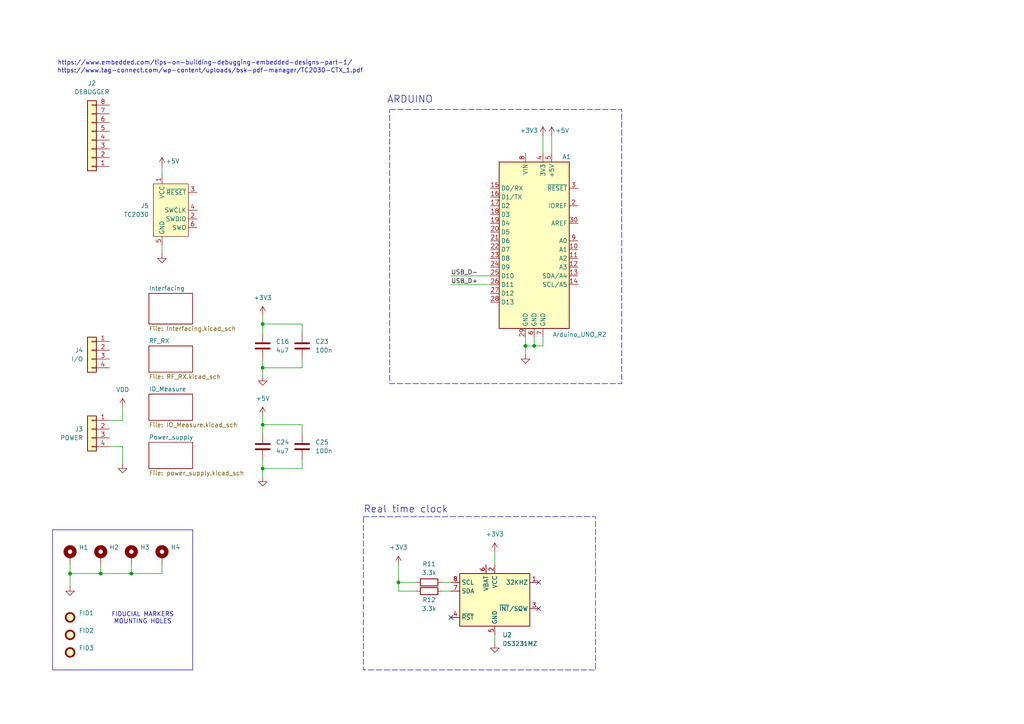
<source format=kicad_sch>
(kicad_sch
	(version 20231120)
	(generator "eeschema")
	(generator_version "8.0")
	(uuid "6c05e59d-a348-40ae-83b7-647c86376ed7")
	(paper "A4")
	(title_block
		(title "Master_Circuit")
		(date "2024-10-16")
		(company "EESC - USP Guepardo")
	)
	(lib_symbols
		(symbol "Connector:Conn_ARM_SWD_TagConnect_TC2030"
			(exclude_from_sim no)
			(in_bom no)
			(on_board yes)
			(property "Reference" "J"
				(at 2.54 11.43 0)
				(effects
					(font
						(size 1.27 1.27)
					)
				)
			)
			(property "Value" "Conn_ARM_SWD_TagConnect_TC2030"
				(at 5.08 8.89 0)
				(effects
					(font
						(size 1.27 1.27)
					)
				)
			)
			(property "Footprint" "Connector:Tag-Connect_TC2030-IDC-FP_2x03_P1.27mm_Vertical"
				(at 0 -17.78 0)
				(effects
					(font
						(size 1.27 1.27)
					)
					(hide yes)
				)
			)
			(property "Datasheet" "https://www.tag-connect.com/wp-content/uploads/bsk-pdf-manager/TC2030-CTX_1.pdf"
				(at 0 -15.24 0)
				(effects
					(font
						(size 1.27 1.27)
					)
					(hide yes)
				)
			)
			(property "Description" "Tag-Connect ARM Cortex SWD JTAG connector, 6 pin"
				(at 0 0 0)
				(effects
					(font
						(size 1.27 1.27)
					)
					(hide yes)
				)
			)
			(property "ki_keywords" "Cortex Debug Connector ARM SWD JTAG"
				(at 0 0 0)
				(effects
					(font
						(size 1.27 1.27)
					)
					(hide yes)
				)
			)
			(property "ki_fp_filters" "*TC2030*"
				(at 0 0 0)
				(effects
					(font
						(size 1.27 1.27)
					)
					(hide yes)
				)
			)
			(symbol "Conn_ARM_SWD_TagConnect_TC2030_0_0"
				(pin power_in line
					(at -2.54 10.16 270)
					(length 2.54)
					(name "VCC"
						(effects
							(font
								(size 1.27 1.27)
							)
						)
					)
					(number "1"
						(effects
							(font
								(size 1.27 1.27)
							)
						)
					)
				)
				(pin bidirectional line
					(at 7.62 -2.54 180)
					(length 2.54)
					(name "SWDIO"
						(effects
							(font
								(size 1.27 1.27)
							)
						)
					)
					(number "2"
						(effects
							(font
								(size 1.27 1.27)
							)
						)
					)
					(alternate "TMS" bidirectional line)
				)
				(pin open_collector line
					(at 7.62 5.08 180)
					(length 2.54)
					(name "~{RESET}"
						(effects
							(font
								(size 1.27 1.27)
							)
						)
					)
					(number "3"
						(effects
							(font
								(size 1.27 1.27)
							)
						)
					)
				)
				(pin output line
					(at 7.62 0 180)
					(length 2.54)
					(name "SWCLK"
						(effects
							(font
								(size 1.27 1.27)
							)
						)
					)
					(number "4"
						(effects
							(font
								(size 1.27 1.27)
							)
						)
					)
					(alternate "TCK" output line)
				)
				(pin power_in line
					(at -2.54 -10.16 90)
					(length 2.54)
					(name "GND"
						(effects
							(font
								(size 1.27 1.27)
							)
						)
					)
					(number "5"
						(effects
							(font
								(size 1.27 1.27)
							)
						)
					)
				)
				(pin input line
					(at 7.62 -5.08 180)
					(length 2.54)
					(name "SWO"
						(effects
							(font
								(size 1.27 1.27)
							)
						)
					)
					(number "6"
						(effects
							(font
								(size 1.27 1.27)
							)
						)
					)
					(alternate "TDO" input line)
				)
			)
			(symbol "Conn_ARM_SWD_TagConnect_TC2030_0_1"
				(rectangle
					(start -5.08 7.62)
					(end 5.08 -7.62)
					(stroke
						(width 0)
						(type default)
					)
					(fill
						(type background)
					)
				)
			)
		)
		(symbol "Connector_Generic:Conn_01x04"
			(pin_names
				(offset 1.016) hide)
			(exclude_from_sim no)
			(in_bom yes)
			(on_board yes)
			(property "Reference" "J"
				(at 0 5.08 0)
				(effects
					(font
						(size 1.27 1.27)
					)
				)
			)
			(property "Value" "Conn_01x04"
				(at 0 -7.62 0)
				(effects
					(font
						(size 1.27 1.27)
					)
				)
			)
			(property "Footprint" ""
				(at 0 0 0)
				(effects
					(font
						(size 1.27 1.27)
					)
					(hide yes)
				)
			)
			(property "Datasheet" "~"
				(at 0 0 0)
				(effects
					(font
						(size 1.27 1.27)
					)
					(hide yes)
				)
			)
			(property "Description" "Generic connector, single row, 01x04, script generated (kicad-library-utils/schlib/autogen/connector/)"
				(at 0 0 0)
				(effects
					(font
						(size 1.27 1.27)
					)
					(hide yes)
				)
			)
			(property "ki_keywords" "connector"
				(at 0 0 0)
				(effects
					(font
						(size 1.27 1.27)
					)
					(hide yes)
				)
			)
			(property "ki_fp_filters" "Connector*:*_1x??_*"
				(at 0 0 0)
				(effects
					(font
						(size 1.27 1.27)
					)
					(hide yes)
				)
			)
			(symbol "Conn_01x04_1_1"
				(rectangle
					(start -1.27 -4.953)
					(end 0 -5.207)
					(stroke
						(width 0.1524)
						(type default)
					)
					(fill
						(type none)
					)
				)
				(rectangle
					(start -1.27 -2.413)
					(end 0 -2.667)
					(stroke
						(width 0.1524)
						(type default)
					)
					(fill
						(type none)
					)
				)
				(rectangle
					(start -1.27 0.127)
					(end 0 -0.127)
					(stroke
						(width 0.1524)
						(type default)
					)
					(fill
						(type none)
					)
				)
				(rectangle
					(start -1.27 2.667)
					(end 0 2.413)
					(stroke
						(width 0.1524)
						(type default)
					)
					(fill
						(type none)
					)
				)
				(rectangle
					(start -1.27 3.81)
					(end 1.27 -6.35)
					(stroke
						(width 0.254)
						(type default)
					)
					(fill
						(type background)
					)
				)
				(pin passive line
					(at -5.08 2.54 0)
					(length 3.81)
					(name "Pin_1"
						(effects
							(font
								(size 1.27 1.27)
							)
						)
					)
					(number "1"
						(effects
							(font
								(size 1.27 1.27)
							)
						)
					)
				)
				(pin passive line
					(at -5.08 0 0)
					(length 3.81)
					(name "Pin_2"
						(effects
							(font
								(size 1.27 1.27)
							)
						)
					)
					(number "2"
						(effects
							(font
								(size 1.27 1.27)
							)
						)
					)
				)
				(pin passive line
					(at -5.08 -2.54 0)
					(length 3.81)
					(name "Pin_3"
						(effects
							(font
								(size 1.27 1.27)
							)
						)
					)
					(number "3"
						(effects
							(font
								(size 1.27 1.27)
							)
						)
					)
				)
				(pin passive line
					(at -5.08 -5.08 0)
					(length 3.81)
					(name "Pin_4"
						(effects
							(font
								(size 1.27 1.27)
							)
						)
					)
					(number "4"
						(effects
							(font
								(size 1.27 1.27)
							)
						)
					)
				)
			)
		)
		(symbol "Connector_Generic:Conn_01x08"
			(pin_names
				(offset 1.016) hide)
			(exclude_from_sim no)
			(in_bom yes)
			(on_board yes)
			(property "Reference" "J"
				(at 0 10.16 0)
				(effects
					(font
						(size 1.27 1.27)
					)
				)
			)
			(property "Value" "Conn_01x08"
				(at 0 -12.7 0)
				(effects
					(font
						(size 1.27 1.27)
					)
				)
			)
			(property "Footprint" ""
				(at 0 0 0)
				(effects
					(font
						(size 1.27 1.27)
					)
					(hide yes)
				)
			)
			(property "Datasheet" "~"
				(at 0 0 0)
				(effects
					(font
						(size 1.27 1.27)
					)
					(hide yes)
				)
			)
			(property "Description" "Generic connector, single row, 01x08, script generated (kicad-library-utils/schlib/autogen/connector/)"
				(at 0 0 0)
				(effects
					(font
						(size 1.27 1.27)
					)
					(hide yes)
				)
			)
			(property "ki_keywords" "connector"
				(at 0 0 0)
				(effects
					(font
						(size 1.27 1.27)
					)
					(hide yes)
				)
			)
			(property "ki_fp_filters" "Connector*:*_1x??_*"
				(at 0 0 0)
				(effects
					(font
						(size 1.27 1.27)
					)
					(hide yes)
				)
			)
			(symbol "Conn_01x08_1_1"
				(rectangle
					(start -1.27 -10.033)
					(end 0 -10.287)
					(stroke
						(width 0.1524)
						(type default)
					)
					(fill
						(type none)
					)
				)
				(rectangle
					(start -1.27 -7.493)
					(end 0 -7.747)
					(stroke
						(width 0.1524)
						(type default)
					)
					(fill
						(type none)
					)
				)
				(rectangle
					(start -1.27 -4.953)
					(end 0 -5.207)
					(stroke
						(width 0.1524)
						(type default)
					)
					(fill
						(type none)
					)
				)
				(rectangle
					(start -1.27 -2.413)
					(end 0 -2.667)
					(stroke
						(width 0.1524)
						(type default)
					)
					(fill
						(type none)
					)
				)
				(rectangle
					(start -1.27 0.127)
					(end 0 -0.127)
					(stroke
						(width 0.1524)
						(type default)
					)
					(fill
						(type none)
					)
				)
				(rectangle
					(start -1.27 2.667)
					(end 0 2.413)
					(stroke
						(width 0.1524)
						(type default)
					)
					(fill
						(type none)
					)
				)
				(rectangle
					(start -1.27 5.207)
					(end 0 4.953)
					(stroke
						(width 0.1524)
						(type default)
					)
					(fill
						(type none)
					)
				)
				(rectangle
					(start -1.27 7.747)
					(end 0 7.493)
					(stroke
						(width 0.1524)
						(type default)
					)
					(fill
						(type none)
					)
				)
				(rectangle
					(start -1.27 8.89)
					(end 1.27 -11.43)
					(stroke
						(width 0.254)
						(type default)
					)
					(fill
						(type background)
					)
				)
				(pin passive line
					(at -5.08 7.62 0)
					(length 3.81)
					(name "Pin_1"
						(effects
							(font
								(size 1.27 1.27)
							)
						)
					)
					(number "1"
						(effects
							(font
								(size 1.27 1.27)
							)
						)
					)
				)
				(pin passive line
					(at -5.08 5.08 0)
					(length 3.81)
					(name "Pin_2"
						(effects
							(font
								(size 1.27 1.27)
							)
						)
					)
					(number "2"
						(effects
							(font
								(size 1.27 1.27)
							)
						)
					)
				)
				(pin passive line
					(at -5.08 2.54 0)
					(length 3.81)
					(name "Pin_3"
						(effects
							(font
								(size 1.27 1.27)
							)
						)
					)
					(number "3"
						(effects
							(font
								(size 1.27 1.27)
							)
						)
					)
				)
				(pin passive line
					(at -5.08 0 0)
					(length 3.81)
					(name "Pin_4"
						(effects
							(font
								(size 1.27 1.27)
							)
						)
					)
					(number "4"
						(effects
							(font
								(size 1.27 1.27)
							)
						)
					)
				)
				(pin passive line
					(at -5.08 -2.54 0)
					(length 3.81)
					(name "Pin_5"
						(effects
							(font
								(size 1.27 1.27)
							)
						)
					)
					(number "5"
						(effects
							(font
								(size 1.27 1.27)
							)
						)
					)
				)
				(pin passive line
					(at -5.08 -5.08 0)
					(length 3.81)
					(name "Pin_6"
						(effects
							(font
								(size 1.27 1.27)
							)
						)
					)
					(number "6"
						(effects
							(font
								(size 1.27 1.27)
							)
						)
					)
				)
				(pin passive line
					(at -5.08 -7.62 0)
					(length 3.81)
					(name "Pin_7"
						(effects
							(font
								(size 1.27 1.27)
							)
						)
					)
					(number "7"
						(effects
							(font
								(size 1.27 1.27)
							)
						)
					)
				)
				(pin passive line
					(at -5.08 -10.16 0)
					(length 3.81)
					(name "Pin_8"
						(effects
							(font
								(size 1.27 1.27)
							)
						)
					)
					(number "8"
						(effects
							(font
								(size 1.27 1.27)
							)
						)
					)
				)
			)
		)
		(symbol "Device:C"
			(pin_numbers hide)
			(pin_names
				(offset 0.254)
			)
			(exclude_from_sim no)
			(in_bom yes)
			(on_board yes)
			(property "Reference" "C"
				(at 0.635 2.54 0)
				(effects
					(font
						(size 1.27 1.27)
					)
					(justify left)
				)
			)
			(property "Value" "C"
				(at 0.635 -2.54 0)
				(effects
					(font
						(size 1.27 1.27)
					)
					(justify left)
				)
			)
			(property "Footprint" ""
				(at 0.9652 -3.81 0)
				(effects
					(font
						(size 1.27 1.27)
					)
					(hide yes)
				)
			)
			(property "Datasheet" "~"
				(at 0 0 0)
				(effects
					(font
						(size 1.27 1.27)
					)
					(hide yes)
				)
			)
			(property "Description" "Unpolarized capacitor"
				(at 0 0 0)
				(effects
					(font
						(size 1.27 1.27)
					)
					(hide yes)
				)
			)
			(property "ki_keywords" "cap capacitor"
				(at 0 0 0)
				(effects
					(font
						(size 1.27 1.27)
					)
					(hide yes)
				)
			)
			(property "ki_fp_filters" "C_*"
				(at 0 0 0)
				(effects
					(font
						(size 1.27 1.27)
					)
					(hide yes)
				)
			)
			(symbol "C_0_1"
				(polyline
					(pts
						(xy -2.032 -0.762) (xy 2.032 -0.762)
					)
					(stroke
						(width 0.508)
						(type default)
					)
					(fill
						(type none)
					)
				)
				(polyline
					(pts
						(xy -2.032 0.762) (xy 2.032 0.762)
					)
					(stroke
						(width 0.508)
						(type default)
					)
					(fill
						(type none)
					)
				)
			)
			(symbol "C_1_1"
				(pin passive line
					(at 0 3.81 270)
					(length 2.794)
					(name "~"
						(effects
							(font
								(size 1.27 1.27)
							)
						)
					)
					(number "1"
						(effects
							(font
								(size 1.27 1.27)
							)
						)
					)
				)
				(pin passive line
					(at 0 -3.81 90)
					(length 2.794)
					(name "~"
						(effects
							(font
								(size 1.27 1.27)
							)
						)
					)
					(number "2"
						(effects
							(font
								(size 1.27 1.27)
							)
						)
					)
				)
			)
		)
		(symbol "Device:R"
			(pin_numbers hide)
			(pin_names
				(offset 0)
			)
			(exclude_from_sim no)
			(in_bom yes)
			(on_board yes)
			(property "Reference" "R"
				(at 2.032 0 90)
				(effects
					(font
						(size 1.27 1.27)
					)
				)
			)
			(property "Value" "R"
				(at 0 0 90)
				(effects
					(font
						(size 1.27 1.27)
					)
				)
			)
			(property "Footprint" ""
				(at -1.778 0 90)
				(effects
					(font
						(size 1.27 1.27)
					)
					(hide yes)
				)
			)
			(property "Datasheet" "~"
				(at 0 0 0)
				(effects
					(font
						(size 1.27 1.27)
					)
					(hide yes)
				)
			)
			(property "Description" "Resistor"
				(at 0 0 0)
				(effects
					(font
						(size 1.27 1.27)
					)
					(hide yes)
				)
			)
			(property "ki_keywords" "R res resistor"
				(at 0 0 0)
				(effects
					(font
						(size 1.27 1.27)
					)
					(hide yes)
				)
			)
			(property "ki_fp_filters" "R_*"
				(at 0 0 0)
				(effects
					(font
						(size 1.27 1.27)
					)
					(hide yes)
				)
			)
			(symbol "R_0_1"
				(rectangle
					(start -1.016 -2.54)
					(end 1.016 2.54)
					(stroke
						(width 0.254)
						(type default)
					)
					(fill
						(type none)
					)
				)
			)
			(symbol "R_1_1"
				(pin passive line
					(at 0 3.81 270)
					(length 1.27)
					(name "~"
						(effects
							(font
								(size 1.27 1.27)
							)
						)
					)
					(number "1"
						(effects
							(font
								(size 1.27 1.27)
							)
						)
					)
				)
				(pin passive line
					(at 0 -3.81 90)
					(length 1.27)
					(name "~"
						(effects
							(font
								(size 1.27 1.27)
							)
						)
					)
					(number "2"
						(effects
							(font
								(size 1.27 1.27)
							)
						)
					)
				)
			)
		)
		(symbol "MCU_Module:Arduino_UNO_R2"
			(exclude_from_sim no)
			(in_bom yes)
			(on_board yes)
			(property "Reference" "A"
				(at -10.16 23.495 0)
				(effects
					(font
						(size 1.27 1.27)
					)
					(justify left bottom)
				)
			)
			(property "Value" "Arduino_UNO_R2"
				(at 5.08 -26.67 0)
				(effects
					(font
						(size 1.27 1.27)
					)
					(justify left top)
				)
			)
			(property "Footprint" "Module:Arduino_UNO_R2"
				(at 0 0 0)
				(effects
					(font
						(size 1.27 1.27)
						(italic yes)
					)
					(hide yes)
				)
			)
			(property "Datasheet" "https://www.arduino.cc/en/Main/arduinoBoardUno"
				(at 0 0 0)
				(effects
					(font
						(size 1.27 1.27)
					)
					(hide yes)
				)
			)
			(property "Description" "Arduino UNO Microcontroller Module, release 2"
				(at 0 0 0)
				(effects
					(font
						(size 1.27 1.27)
					)
					(hide yes)
				)
			)
			(property "ki_keywords" "Arduino UNO R3 Microcontroller Module Atmel AVR USB"
				(at 0 0 0)
				(effects
					(font
						(size 1.27 1.27)
					)
					(hide yes)
				)
			)
			(property "ki_fp_filters" "Arduino*UNO*R2*"
				(at 0 0 0)
				(effects
					(font
						(size 1.27 1.27)
					)
					(hide yes)
				)
			)
			(symbol "Arduino_UNO_R2_0_1"
				(rectangle
					(start -10.16 22.86)
					(end 10.16 -25.4)
					(stroke
						(width 0.254)
						(type default)
					)
					(fill
						(type background)
					)
				)
			)
			(symbol "Arduino_UNO_R2_1_1"
				(pin no_connect line
					(at -10.16 -20.32 0)
					(length 2.54) hide
					(name "NC"
						(effects
							(font
								(size 1.27 1.27)
							)
						)
					)
					(number "1"
						(effects
							(font
								(size 1.27 1.27)
							)
						)
					)
				)
				(pin bidirectional line
					(at 12.7 -2.54 180)
					(length 2.54)
					(name "A1"
						(effects
							(font
								(size 1.27 1.27)
							)
						)
					)
					(number "10"
						(effects
							(font
								(size 1.27 1.27)
							)
						)
					)
				)
				(pin bidirectional line
					(at 12.7 -5.08 180)
					(length 2.54)
					(name "A2"
						(effects
							(font
								(size 1.27 1.27)
							)
						)
					)
					(number "11"
						(effects
							(font
								(size 1.27 1.27)
							)
						)
					)
				)
				(pin bidirectional line
					(at 12.7 -7.62 180)
					(length 2.54)
					(name "A3"
						(effects
							(font
								(size 1.27 1.27)
							)
						)
					)
					(number "12"
						(effects
							(font
								(size 1.27 1.27)
							)
						)
					)
				)
				(pin bidirectional line
					(at 12.7 -10.16 180)
					(length 2.54)
					(name "SDA/A4"
						(effects
							(font
								(size 1.27 1.27)
							)
						)
					)
					(number "13"
						(effects
							(font
								(size 1.27 1.27)
							)
						)
					)
				)
				(pin bidirectional line
					(at 12.7 -12.7 180)
					(length 2.54)
					(name "SCL/A5"
						(effects
							(font
								(size 1.27 1.27)
							)
						)
					)
					(number "14"
						(effects
							(font
								(size 1.27 1.27)
							)
						)
					)
				)
				(pin bidirectional line
					(at -12.7 15.24 0)
					(length 2.54)
					(name "D0/RX"
						(effects
							(font
								(size 1.27 1.27)
							)
						)
					)
					(number "15"
						(effects
							(font
								(size 1.27 1.27)
							)
						)
					)
				)
				(pin bidirectional line
					(at -12.7 12.7 0)
					(length 2.54)
					(name "D1/TX"
						(effects
							(font
								(size 1.27 1.27)
							)
						)
					)
					(number "16"
						(effects
							(font
								(size 1.27 1.27)
							)
						)
					)
				)
				(pin bidirectional line
					(at -12.7 10.16 0)
					(length 2.54)
					(name "D2"
						(effects
							(font
								(size 1.27 1.27)
							)
						)
					)
					(number "17"
						(effects
							(font
								(size 1.27 1.27)
							)
						)
					)
				)
				(pin bidirectional line
					(at -12.7 7.62 0)
					(length 2.54)
					(name "D3"
						(effects
							(font
								(size 1.27 1.27)
							)
						)
					)
					(number "18"
						(effects
							(font
								(size 1.27 1.27)
							)
						)
					)
				)
				(pin bidirectional line
					(at -12.7 5.08 0)
					(length 2.54)
					(name "D4"
						(effects
							(font
								(size 1.27 1.27)
							)
						)
					)
					(number "19"
						(effects
							(font
								(size 1.27 1.27)
							)
						)
					)
				)
				(pin output line
					(at 12.7 10.16 180)
					(length 2.54)
					(name "IOREF"
						(effects
							(font
								(size 1.27 1.27)
							)
						)
					)
					(number "2"
						(effects
							(font
								(size 1.27 1.27)
							)
						)
					)
				)
				(pin bidirectional line
					(at -12.7 2.54 0)
					(length 2.54)
					(name "D5"
						(effects
							(font
								(size 1.27 1.27)
							)
						)
					)
					(number "20"
						(effects
							(font
								(size 1.27 1.27)
							)
						)
					)
				)
				(pin bidirectional line
					(at -12.7 0 0)
					(length 2.54)
					(name "D6"
						(effects
							(font
								(size 1.27 1.27)
							)
						)
					)
					(number "21"
						(effects
							(font
								(size 1.27 1.27)
							)
						)
					)
				)
				(pin bidirectional line
					(at -12.7 -2.54 0)
					(length 2.54)
					(name "D7"
						(effects
							(font
								(size 1.27 1.27)
							)
						)
					)
					(number "22"
						(effects
							(font
								(size 1.27 1.27)
							)
						)
					)
				)
				(pin bidirectional line
					(at -12.7 -5.08 0)
					(length 2.54)
					(name "D8"
						(effects
							(font
								(size 1.27 1.27)
							)
						)
					)
					(number "23"
						(effects
							(font
								(size 1.27 1.27)
							)
						)
					)
				)
				(pin bidirectional line
					(at -12.7 -7.62 0)
					(length 2.54)
					(name "D9"
						(effects
							(font
								(size 1.27 1.27)
							)
						)
					)
					(number "24"
						(effects
							(font
								(size 1.27 1.27)
							)
						)
					)
				)
				(pin bidirectional line
					(at -12.7 -10.16 0)
					(length 2.54)
					(name "D10"
						(effects
							(font
								(size 1.27 1.27)
							)
						)
					)
					(number "25"
						(effects
							(font
								(size 1.27 1.27)
							)
						)
					)
				)
				(pin bidirectional line
					(at -12.7 -12.7 0)
					(length 2.54)
					(name "D11"
						(effects
							(font
								(size 1.27 1.27)
							)
						)
					)
					(number "26"
						(effects
							(font
								(size 1.27 1.27)
							)
						)
					)
				)
				(pin bidirectional line
					(at -12.7 -15.24 0)
					(length 2.54)
					(name "D12"
						(effects
							(font
								(size 1.27 1.27)
							)
						)
					)
					(number "27"
						(effects
							(font
								(size 1.27 1.27)
							)
						)
					)
				)
				(pin bidirectional line
					(at -12.7 -17.78 0)
					(length 2.54)
					(name "D13"
						(effects
							(font
								(size 1.27 1.27)
							)
						)
					)
					(number "28"
						(effects
							(font
								(size 1.27 1.27)
							)
						)
					)
				)
				(pin power_in line
					(at -2.54 -27.94 90)
					(length 2.54)
					(name "GND"
						(effects
							(font
								(size 1.27 1.27)
							)
						)
					)
					(number "29"
						(effects
							(font
								(size 1.27 1.27)
							)
						)
					)
				)
				(pin input line
					(at 12.7 15.24 180)
					(length 2.54)
					(name "~{RESET}"
						(effects
							(font
								(size 1.27 1.27)
							)
						)
					)
					(number "3"
						(effects
							(font
								(size 1.27 1.27)
							)
						)
					)
				)
				(pin input line
					(at 12.7 5.08 180)
					(length 2.54)
					(name "AREF"
						(effects
							(font
								(size 1.27 1.27)
							)
						)
					)
					(number "30"
						(effects
							(font
								(size 1.27 1.27)
							)
						)
					)
				)
				(pin power_out line
					(at 2.54 25.4 270)
					(length 2.54)
					(name "3V3"
						(effects
							(font
								(size 1.27 1.27)
							)
						)
					)
					(number "4"
						(effects
							(font
								(size 1.27 1.27)
							)
						)
					)
				)
				(pin power_out line
					(at 5.08 25.4 270)
					(length 2.54)
					(name "+5V"
						(effects
							(font
								(size 1.27 1.27)
							)
						)
					)
					(number "5"
						(effects
							(font
								(size 1.27 1.27)
							)
						)
					)
				)
				(pin power_in line
					(at 0 -27.94 90)
					(length 2.54)
					(name "GND"
						(effects
							(font
								(size 1.27 1.27)
							)
						)
					)
					(number "6"
						(effects
							(font
								(size 1.27 1.27)
							)
						)
					)
				)
				(pin power_in line
					(at 2.54 -27.94 90)
					(length 2.54)
					(name "GND"
						(effects
							(font
								(size 1.27 1.27)
							)
						)
					)
					(number "7"
						(effects
							(font
								(size 1.27 1.27)
							)
						)
					)
				)
				(pin power_in line
					(at -2.54 25.4 270)
					(length 2.54)
					(name "VIN"
						(effects
							(font
								(size 1.27 1.27)
							)
						)
					)
					(number "8"
						(effects
							(font
								(size 1.27 1.27)
							)
						)
					)
				)
				(pin bidirectional line
					(at 12.7 0 180)
					(length 2.54)
					(name "A0"
						(effects
							(font
								(size 1.27 1.27)
							)
						)
					)
					(number "9"
						(effects
							(font
								(size 1.27 1.27)
							)
						)
					)
				)
			)
		)
		(symbol "Mechanical:Fiducial"
			(exclude_from_sim yes)
			(in_bom no)
			(on_board yes)
			(property "Reference" "FID"
				(at 0 5.08 0)
				(effects
					(font
						(size 1.27 1.27)
					)
				)
			)
			(property "Value" "Fiducial"
				(at 0 3.175 0)
				(effects
					(font
						(size 1.27 1.27)
					)
				)
			)
			(property "Footprint" ""
				(at 0 0 0)
				(effects
					(font
						(size 1.27 1.27)
					)
					(hide yes)
				)
			)
			(property "Datasheet" "~"
				(at 0 0 0)
				(effects
					(font
						(size 1.27 1.27)
					)
					(hide yes)
				)
			)
			(property "Description" "Fiducial Marker"
				(at 0 0 0)
				(effects
					(font
						(size 1.27 1.27)
					)
					(hide yes)
				)
			)
			(property "ki_keywords" "fiducial marker"
				(at 0 0 0)
				(effects
					(font
						(size 1.27 1.27)
					)
					(hide yes)
				)
			)
			(property "ki_fp_filters" "Fiducial*"
				(at 0 0 0)
				(effects
					(font
						(size 1.27 1.27)
					)
					(hide yes)
				)
			)
			(symbol "Fiducial_0_1"
				(circle
					(center 0 0)
					(radius 1.27)
					(stroke
						(width 0.508)
						(type default)
					)
					(fill
						(type background)
					)
				)
			)
		)
		(symbol "Mechanical:MountingHole_Pad"
			(pin_numbers hide)
			(pin_names
				(offset 1.016) hide)
			(exclude_from_sim yes)
			(in_bom no)
			(on_board yes)
			(property "Reference" "H"
				(at 0 6.35 0)
				(effects
					(font
						(size 1.27 1.27)
					)
				)
			)
			(property "Value" "MountingHole_Pad"
				(at 0 4.445 0)
				(effects
					(font
						(size 1.27 1.27)
					)
				)
			)
			(property "Footprint" ""
				(at 0 0 0)
				(effects
					(font
						(size 1.27 1.27)
					)
					(hide yes)
				)
			)
			(property "Datasheet" "~"
				(at 0 0 0)
				(effects
					(font
						(size 1.27 1.27)
					)
					(hide yes)
				)
			)
			(property "Description" "Mounting Hole with connection"
				(at 0 0 0)
				(effects
					(font
						(size 1.27 1.27)
					)
					(hide yes)
				)
			)
			(property "ki_keywords" "mounting hole"
				(at 0 0 0)
				(effects
					(font
						(size 1.27 1.27)
					)
					(hide yes)
				)
			)
			(property "ki_fp_filters" "MountingHole*Pad*"
				(at 0 0 0)
				(effects
					(font
						(size 1.27 1.27)
					)
					(hide yes)
				)
			)
			(symbol "MountingHole_Pad_0_1"
				(circle
					(center 0 1.27)
					(radius 1.27)
					(stroke
						(width 1.27)
						(type default)
					)
					(fill
						(type none)
					)
				)
			)
			(symbol "MountingHole_Pad_1_1"
				(pin input line
					(at 0 -2.54 90)
					(length 2.54)
					(name "1"
						(effects
							(font
								(size 1.27 1.27)
							)
						)
					)
					(number "1"
						(effects
							(font
								(size 1.27 1.27)
							)
						)
					)
				)
			)
		)
		(symbol "Timer_RTC:DS3231MZ"
			(exclude_from_sim no)
			(in_bom yes)
			(on_board yes)
			(property "Reference" "U"
				(at -7.62 8.89 0)
				(effects
					(font
						(size 1.27 1.27)
					)
					(justify right)
				)
			)
			(property "Value" "DS3231MZ"
				(at 11.43 8.89 0)
				(effects
					(font
						(size 1.27 1.27)
					)
					(justify right)
				)
			)
			(property "Footprint" "Package_SO:SOIC-8_3.9x4.9mm_P1.27mm"
				(at 0 -12.7 0)
				(effects
					(font
						(size 1.27 1.27)
					)
					(hide yes)
				)
			)
			(property "Datasheet" "http://datasheets.maximintegrated.com/en/ds/DS3231M.pdf"
				(at 0 -15.24 0)
				(effects
					(font
						(size 1.27 1.27)
					)
					(hide yes)
				)
			)
			(property "Description" "±5ppm, I2C Real-Time Clock SOIC-8"
				(at 0 0 0)
				(effects
					(font
						(size 1.27 1.27)
					)
					(hide yes)
				)
			)
			(property "ki_keywords" "RTC TCXO Realtime Time Clock MEMS I2C"
				(at 0 0 0)
				(effects
					(font
						(size 1.27 1.27)
					)
					(hide yes)
				)
			)
			(property "ki_fp_filters" "SOIC*3.9x4.9mm*P1.27mm*"
				(at 0 0 0)
				(effects
					(font
						(size 1.27 1.27)
					)
					(hide yes)
				)
			)
			(symbol "DS3231MZ_0_1"
				(rectangle
					(start -10.16 7.62)
					(end 10.16 -7.62)
					(stroke
						(width 0.254)
						(type default)
					)
					(fill
						(type background)
					)
				)
			)
			(symbol "DS3231MZ_1_1"
				(pin open_collector line
					(at 12.7 5.08 180)
					(length 2.54)
					(name "32KHZ"
						(effects
							(font
								(size 1.27 1.27)
							)
						)
					)
					(number "1"
						(effects
							(font
								(size 1.27 1.27)
							)
						)
					)
				)
				(pin power_in line
					(at 0 10.16 270)
					(length 2.54)
					(name "VCC"
						(effects
							(font
								(size 1.27 1.27)
							)
						)
					)
					(number "2"
						(effects
							(font
								(size 1.27 1.27)
							)
						)
					)
				)
				(pin open_collector line
					(at 12.7 -2.54 180)
					(length 2.54)
					(name "~{INT}/SQW"
						(effects
							(font
								(size 1.27 1.27)
							)
						)
					)
					(number "3"
						(effects
							(font
								(size 1.27 1.27)
							)
						)
					)
				)
				(pin bidirectional line
					(at -12.7 -5.08 0)
					(length 2.54)
					(name "~{RST}"
						(effects
							(font
								(size 1.27 1.27)
							)
						)
					)
					(number "4"
						(effects
							(font
								(size 1.27 1.27)
							)
						)
					)
				)
				(pin power_in line
					(at 0 -10.16 90)
					(length 2.54)
					(name "GND"
						(effects
							(font
								(size 1.27 1.27)
							)
						)
					)
					(number "5"
						(effects
							(font
								(size 1.27 1.27)
							)
						)
					)
				)
				(pin power_in line
					(at -2.54 10.16 270)
					(length 2.54)
					(name "VBAT"
						(effects
							(font
								(size 1.27 1.27)
							)
						)
					)
					(number "6"
						(effects
							(font
								(size 1.27 1.27)
							)
						)
					)
				)
				(pin bidirectional line
					(at -12.7 2.54 0)
					(length 2.54)
					(name "SDA"
						(effects
							(font
								(size 1.27 1.27)
							)
						)
					)
					(number "7"
						(effects
							(font
								(size 1.27 1.27)
							)
						)
					)
				)
				(pin input line
					(at -12.7 5.08 0)
					(length 2.54)
					(name "SCL"
						(effects
							(font
								(size 1.27 1.27)
							)
						)
					)
					(number "8"
						(effects
							(font
								(size 1.27 1.27)
							)
						)
					)
				)
			)
		)
		(symbol "power:+3V3"
			(power)
			(pin_numbers hide)
			(pin_names
				(offset 0) hide)
			(exclude_from_sim no)
			(in_bom yes)
			(on_board yes)
			(property "Reference" "#PWR"
				(at 0 -3.81 0)
				(effects
					(font
						(size 1.27 1.27)
					)
					(hide yes)
				)
			)
			(property "Value" "+3V3"
				(at 0 3.556 0)
				(effects
					(font
						(size 1.27 1.27)
					)
				)
			)
			(property "Footprint" ""
				(at 0 0 0)
				(effects
					(font
						(size 1.27 1.27)
					)
					(hide yes)
				)
			)
			(property "Datasheet" ""
				(at 0 0 0)
				(effects
					(font
						(size 1.27 1.27)
					)
					(hide yes)
				)
			)
			(property "Description" "Power symbol creates a global label with name \"+3V3\""
				(at 0 0 0)
				(effects
					(font
						(size 1.27 1.27)
					)
					(hide yes)
				)
			)
			(property "ki_keywords" "global power"
				(at 0 0 0)
				(effects
					(font
						(size 1.27 1.27)
					)
					(hide yes)
				)
			)
			(symbol "+3V3_0_1"
				(polyline
					(pts
						(xy -0.762 1.27) (xy 0 2.54)
					)
					(stroke
						(width 0)
						(type default)
					)
					(fill
						(type none)
					)
				)
				(polyline
					(pts
						(xy 0 0) (xy 0 2.54)
					)
					(stroke
						(width 0)
						(type default)
					)
					(fill
						(type none)
					)
				)
				(polyline
					(pts
						(xy 0 2.54) (xy 0.762 1.27)
					)
					(stroke
						(width 0)
						(type default)
					)
					(fill
						(type none)
					)
				)
			)
			(symbol "+3V3_1_1"
				(pin power_in line
					(at 0 0 90)
					(length 0)
					(name "~"
						(effects
							(font
								(size 1.27 1.27)
							)
						)
					)
					(number "1"
						(effects
							(font
								(size 1.27 1.27)
							)
						)
					)
				)
			)
		)
		(symbol "power:+5V"
			(power)
			(pin_numbers hide)
			(pin_names
				(offset 0) hide)
			(exclude_from_sim no)
			(in_bom yes)
			(on_board yes)
			(property "Reference" "#PWR"
				(at 0 -3.81 0)
				(effects
					(font
						(size 1.27 1.27)
					)
					(hide yes)
				)
			)
			(property "Value" "+5V"
				(at 0 3.556 0)
				(effects
					(font
						(size 1.27 1.27)
					)
				)
			)
			(property "Footprint" ""
				(at 0 0 0)
				(effects
					(font
						(size 1.27 1.27)
					)
					(hide yes)
				)
			)
			(property "Datasheet" ""
				(at 0 0 0)
				(effects
					(font
						(size 1.27 1.27)
					)
					(hide yes)
				)
			)
			(property "Description" "Power symbol creates a global label with name \"+5V\""
				(at 0 0 0)
				(effects
					(font
						(size 1.27 1.27)
					)
					(hide yes)
				)
			)
			(property "ki_keywords" "global power"
				(at 0 0 0)
				(effects
					(font
						(size 1.27 1.27)
					)
					(hide yes)
				)
			)
			(symbol "+5V_0_1"
				(polyline
					(pts
						(xy -0.762 1.27) (xy 0 2.54)
					)
					(stroke
						(width 0)
						(type default)
					)
					(fill
						(type none)
					)
				)
				(polyline
					(pts
						(xy 0 0) (xy 0 2.54)
					)
					(stroke
						(width 0)
						(type default)
					)
					(fill
						(type none)
					)
				)
				(polyline
					(pts
						(xy 0 2.54) (xy 0.762 1.27)
					)
					(stroke
						(width 0)
						(type default)
					)
					(fill
						(type none)
					)
				)
			)
			(symbol "+5V_1_1"
				(pin power_in line
					(at 0 0 90)
					(length 0)
					(name "~"
						(effects
							(font
								(size 1.27 1.27)
							)
						)
					)
					(number "1"
						(effects
							(font
								(size 1.27 1.27)
							)
						)
					)
				)
			)
		)
		(symbol "power:GND"
			(power)
			(pin_numbers hide)
			(pin_names
				(offset 0) hide)
			(exclude_from_sim no)
			(in_bom yes)
			(on_board yes)
			(property "Reference" "#PWR"
				(at 0 -6.35 0)
				(effects
					(font
						(size 1.27 1.27)
					)
					(hide yes)
				)
			)
			(property "Value" "GND"
				(at 0 -3.81 0)
				(effects
					(font
						(size 1.27 1.27)
					)
				)
			)
			(property "Footprint" ""
				(at 0 0 0)
				(effects
					(font
						(size 1.27 1.27)
					)
					(hide yes)
				)
			)
			(property "Datasheet" ""
				(at 0 0 0)
				(effects
					(font
						(size 1.27 1.27)
					)
					(hide yes)
				)
			)
			(property "Description" "Power symbol creates a global label with name \"GND\" , ground"
				(at 0 0 0)
				(effects
					(font
						(size 1.27 1.27)
					)
					(hide yes)
				)
			)
			(property "ki_keywords" "global power"
				(at 0 0 0)
				(effects
					(font
						(size 1.27 1.27)
					)
					(hide yes)
				)
			)
			(symbol "GND_0_1"
				(polyline
					(pts
						(xy 0 0) (xy 0 -1.27) (xy 1.27 -1.27) (xy 0 -2.54) (xy -1.27 -1.27) (xy 0 -1.27)
					)
					(stroke
						(width 0)
						(type default)
					)
					(fill
						(type none)
					)
				)
			)
			(symbol "GND_1_1"
				(pin power_in line
					(at 0 0 270)
					(length 0)
					(name "~"
						(effects
							(font
								(size 1.27 1.27)
							)
						)
					)
					(number "1"
						(effects
							(font
								(size 1.27 1.27)
							)
						)
					)
				)
			)
		)
		(symbol "power:VDD"
			(power)
			(pin_numbers hide)
			(pin_names
				(offset 0) hide)
			(exclude_from_sim no)
			(in_bom yes)
			(on_board yes)
			(property "Reference" "#PWR"
				(at 0 -3.81 0)
				(effects
					(font
						(size 1.27 1.27)
					)
					(hide yes)
				)
			)
			(property "Value" "VDD"
				(at 0 3.556 0)
				(effects
					(font
						(size 1.27 1.27)
					)
				)
			)
			(property "Footprint" ""
				(at 0 0 0)
				(effects
					(font
						(size 1.27 1.27)
					)
					(hide yes)
				)
			)
			(property "Datasheet" ""
				(at 0 0 0)
				(effects
					(font
						(size 1.27 1.27)
					)
					(hide yes)
				)
			)
			(property "Description" "Power symbol creates a global label with name \"VDD\""
				(at 0 0 0)
				(effects
					(font
						(size 1.27 1.27)
					)
					(hide yes)
				)
			)
			(property "ki_keywords" "global power"
				(at 0 0 0)
				(effects
					(font
						(size 1.27 1.27)
					)
					(hide yes)
				)
			)
			(symbol "VDD_0_1"
				(polyline
					(pts
						(xy -0.762 1.27) (xy 0 2.54)
					)
					(stroke
						(width 0)
						(type default)
					)
					(fill
						(type none)
					)
				)
				(polyline
					(pts
						(xy 0 0) (xy 0 2.54)
					)
					(stroke
						(width 0)
						(type default)
					)
					(fill
						(type none)
					)
				)
				(polyline
					(pts
						(xy 0 2.54) (xy 0.762 1.27)
					)
					(stroke
						(width 0)
						(type default)
					)
					(fill
						(type none)
					)
				)
			)
			(symbol "VDD_1_1"
				(pin power_in line
					(at 0 0 90)
					(length 0)
					(name "~"
						(effects
							(font
								(size 1.27 1.27)
							)
						)
					)
					(number "1"
						(effects
							(font
								(size 1.27 1.27)
							)
						)
					)
				)
			)
		)
	)
	(junction
		(at 154.94 100.33)
		(diameter 0)
		(color 0 0 0 0)
		(uuid "1d1520c6-de4c-42ec-b6d7-4bc58c313459")
	)
	(junction
		(at 29.21 166.37)
		(diameter 0)
		(color 0 0 0 0)
		(uuid "4724640c-5c2c-4745-a6c2-20265cb23fa6")
	)
	(junction
		(at 20.32 166.37)
		(diameter 0)
		(color 0 0 0 0)
		(uuid "68d32a6b-a03d-4975-bb13-cb3dc60c8bae")
	)
	(junction
		(at 76.2 106.68)
		(diameter 0)
		(color 0 0 0 0)
		(uuid "7412092f-50d9-4f5c-b123-8b1e92594ab4")
	)
	(junction
		(at 152.4 100.33)
		(diameter 0)
		(color 0 0 0 0)
		(uuid "88c584a6-276d-4b25-a49e-55615b14bcae")
	)
	(junction
		(at 38.1 166.37)
		(diameter 0)
		(color 0 0 0 0)
		(uuid "90569fa2-f80a-4764-955d-bd6249193a65")
	)
	(junction
		(at 76.2 93.98)
		(diameter 0)
		(color 0 0 0 0)
		(uuid "a453c735-7739-4188-8cae-acec4263bfdf")
	)
	(junction
		(at 76.2 123.19)
		(diameter 0)
		(color 0 0 0 0)
		(uuid "aa812bed-f748-4680-bb8f-1b8bc0386762")
	)
	(junction
		(at 76.2 135.89)
		(diameter 0)
		(color 0 0 0 0)
		(uuid "e56b3a34-d2b7-4fe1-9b17-ca94c3ac7e23")
	)
	(junction
		(at 115.57 168.91)
		(diameter 0)
		(color 0 0 0 0)
		(uuid "fc9480c7-ac84-4b46-b316-e0382a776083")
	)
	(no_connect
		(at 156.21 176.53)
		(uuid "37cc45c1-b66a-42cd-913e-4b7e6837fc44")
	)
	(no_connect
		(at 130.81 179.07)
		(uuid "9b13c76f-8639-4bb5-8dce-2e002b4f279e")
	)
	(no_connect
		(at 156.21 168.91)
		(uuid "efbf3a3d-7a0b-4b6c-bf95-3e479b6b46eb")
	)
	(wire
		(pts
			(xy 130.81 80.01) (xy 142.24 80.01)
		)
		(stroke
			(width 0)
			(type default)
		)
		(uuid "0b160288-24c8-4511-8865-97c1d9f8c703")
	)
	(wire
		(pts
			(xy 87.63 93.98) (xy 76.2 93.98)
		)
		(stroke
			(width 0)
			(type default)
		)
		(uuid "0e035d1e-be36-45d1-82af-180576fe3fed")
	)
	(wire
		(pts
			(xy 87.63 104.14) (xy 87.63 106.68)
		)
		(stroke
			(width 0)
			(type default)
		)
		(uuid "0eaf2976-f409-488a-bdca-94b293e7a977")
	)
	(wire
		(pts
			(xy 115.57 168.91) (xy 115.57 163.83)
		)
		(stroke
			(width 0)
			(type default)
		)
		(uuid "10f5488d-855d-40b8-880e-2f44ca811a71")
	)
	(wire
		(pts
			(xy 29.21 166.37) (xy 38.1 166.37)
		)
		(stroke
			(width 0)
			(type default)
		)
		(uuid "13df3bc7-fee4-4157-95df-d4a13c244c01")
	)
	(wire
		(pts
			(xy 87.63 106.68) (xy 76.2 106.68)
		)
		(stroke
			(width 0)
			(type default)
		)
		(uuid "2546bbbd-6b35-46c3-ab15-5b387943e564")
	)
	(wire
		(pts
			(xy 87.63 133.35) (xy 87.63 135.89)
		)
		(stroke
			(width 0)
			(type default)
		)
		(uuid "28972551-d3dc-4d01-9b94-cb3a3e53bbed")
	)
	(wire
		(pts
			(xy 115.57 171.45) (xy 115.57 168.91)
		)
		(stroke
			(width 0)
			(type default)
		)
		(uuid "2984c7bb-3ca9-4f5a-a06f-f4ca6658922a")
	)
	(wire
		(pts
			(xy 35.56 121.92) (xy 31.75 121.92)
		)
		(stroke
			(width 0)
			(type default)
		)
		(uuid "29a4bafb-7d80-40d2-85b2-636161f2a04c")
	)
	(wire
		(pts
			(xy 38.1 163.83) (xy 38.1 166.37)
		)
		(stroke
			(width 0)
			(type default)
		)
		(uuid "2e7da536-4c81-46c5-a419-5bae5cf130ef")
	)
	(wire
		(pts
			(xy 128.27 168.91) (xy 130.81 168.91)
		)
		(stroke
			(width 0)
			(type default)
		)
		(uuid "32e7565e-8378-40ab-b8f7-87189358afd8")
	)
	(wire
		(pts
			(xy 157.48 39.37) (xy 157.48 44.45)
		)
		(stroke
			(width 0)
			(type default)
		)
		(uuid "3377ef6a-db96-4a39-aba8-30590f378696")
	)
	(wire
		(pts
			(xy 160.02 39.37) (xy 160.02 44.45)
		)
		(stroke
			(width 0)
			(type default)
		)
		(uuid "37d4771b-909f-4fb9-aa0b-ffa25ed45535")
	)
	(wire
		(pts
			(xy 157.48 100.33) (xy 154.94 100.33)
		)
		(stroke
			(width 0)
			(type default)
		)
		(uuid "40f79eb7-cbfc-4dc8-a306-21329d2eca90")
	)
	(wire
		(pts
			(xy 87.63 123.19) (xy 76.2 123.19)
		)
		(stroke
			(width 0)
			(type default)
		)
		(uuid "459f079d-2c48-4a76-b54a-6f99c5b4a734")
	)
	(wire
		(pts
			(xy 87.63 135.89) (xy 76.2 135.89)
		)
		(stroke
			(width 0)
			(type default)
		)
		(uuid "466b67b9-a56b-4dd0-a867-6712b9016622")
	)
	(wire
		(pts
			(xy 152.4 97.79) (xy 152.4 100.33)
		)
		(stroke
			(width 0)
			(type default)
		)
		(uuid "47a5414e-ce05-432c-a2cf-66620f1e3671")
	)
	(wire
		(pts
			(xy 143.51 184.15) (xy 143.51 186.69)
		)
		(stroke
			(width 0)
			(type default)
		)
		(uuid "58162d3c-92b2-4eb0-95a3-d3ffc844ae50")
	)
	(wire
		(pts
			(xy 20.32 163.83) (xy 20.32 166.37)
		)
		(stroke
			(width 0)
			(type default)
		)
		(uuid "67219ce2-d0f3-4bd5-92a8-9dc139515d62")
	)
	(wire
		(pts
			(xy 31.75 129.54) (xy 35.56 129.54)
		)
		(stroke
			(width 0)
			(type default)
		)
		(uuid "7b82634a-bc9e-461a-9b4f-24880fd51ad7")
	)
	(wire
		(pts
			(xy 20.32 166.37) (xy 29.21 166.37)
		)
		(stroke
			(width 0)
			(type default)
		)
		(uuid "7c763a0d-959b-4c91-b33c-8368d788fd0e")
	)
	(wire
		(pts
			(xy 115.57 168.91) (xy 120.65 168.91)
		)
		(stroke
			(width 0)
			(type default)
		)
		(uuid "812f0796-c817-4574-b21f-84cabc330dee")
	)
	(wire
		(pts
			(xy 154.94 100.33) (xy 152.4 100.33)
		)
		(stroke
			(width 0)
			(type default)
		)
		(uuid "81f76f22-06ba-4aed-a861-b6a67b458ef7")
	)
	(wire
		(pts
			(xy 38.1 166.37) (xy 46.99 166.37)
		)
		(stroke
			(width 0)
			(type default)
		)
		(uuid "82c9e4d1-47b4-4ba3-a449-c337edaf16f3")
	)
	(wire
		(pts
			(xy 76.2 104.14) (xy 76.2 106.68)
		)
		(stroke
			(width 0)
			(type default)
		)
		(uuid "866c2b79-1c29-4331-aa24-1d353b7741cb")
	)
	(wire
		(pts
			(xy 76.2 133.35) (xy 76.2 135.89)
		)
		(stroke
			(width 0)
			(type default)
		)
		(uuid "996224b0-1314-4a96-b269-1edce4d73d54")
	)
	(wire
		(pts
			(xy 29.21 163.83) (xy 29.21 166.37)
		)
		(stroke
			(width 0)
			(type default)
		)
		(uuid "9d041dd5-f933-4499-8786-96fd9697a9af")
	)
	(wire
		(pts
			(xy 130.81 82.55) (xy 142.24 82.55)
		)
		(stroke
			(width 0)
			(type default)
		)
		(uuid "9f523008-9449-4df9-81f3-f5afd0693579")
	)
	(wire
		(pts
			(xy 46.99 163.83) (xy 46.99 166.37)
		)
		(stroke
			(width 0)
			(type default)
		)
		(uuid "a1f7388a-037b-4377-bb00-a8d253782f36")
	)
	(wire
		(pts
			(xy 157.48 97.79) (xy 157.48 100.33)
		)
		(stroke
			(width 0)
			(type default)
		)
		(uuid "b1414bb8-4994-402e-8dd8-8adcd21fc3a5")
	)
	(wire
		(pts
			(xy 20.32 166.37) (xy 20.32 170.18)
		)
		(stroke
			(width 0)
			(type default)
		)
		(uuid "b30dfb7b-d949-4232-8888-472c32e77bb0")
	)
	(wire
		(pts
			(xy 35.56 129.54) (xy 35.56 134.62)
		)
		(stroke
			(width 0)
			(type default)
		)
		(uuid "b5046f2f-99c5-4f1f-bb48-4472d4e8e2b3")
	)
	(wire
		(pts
			(xy 76.2 93.98) (xy 76.2 96.52)
		)
		(stroke
			(width 0)
			(type default)
		)
		(uuid "b5609b01-979d-41cf-81c6-af98e3c449b8")
	)
	(wire
		(pts
			(xy 76.2 106.68) (xy 76.2 109.22)
		)
		(stroke
			(width 0)
			(type default)
		)
		(uuid "b6811bf5-80df-48f1-b9da-9d776d9747e0")
	)
	(wire
		(pts
			(xy 143.51 160.02) (xy 143.51 163.83)
		)
		(stroke
			(width 0)
			(type default)
		)
		(uuid "bce43bb5-ebc0-4ff5-8df2-657edae20806")
	)
	(wire
		(pts
			(xy 46.99 48.26) (xy 46.99 50.8)
		)
		(stroke
			(width 0)
			(type default)
		)
		(uuid "bd40053b-0d30-4d2b-8993-54cdbfa630d4")
	)
	(wire
		(pts
			(xy 152.4 100.33) (xy 152.4 102.87)
		)
		(stroke
			(width 0)
			(type default)
		)
		(uuid "bd4a3ebe-6387-4c10-bac7-42cf1670216b")
	)
	(wire
		(pts
			(xy 154.94 97.79) (xy 154.94 100.33)
		)
		(stroke
			(width 0)
			(type default)
		)
		(uuid "c596be6d-e062-4ade-8d54-7eb709036ac0")
	)
	(wire
		(pts
			(xy 76.2 135.89) (xy 76.2 138.43)
		)
		(stroke
			(width 0)
			(type default)
		)
		(uuid "c7b49977-5804-4e4c-9cbd-2934529d3524")
	)
	(wire
		(pts
			(xy 76.2 91.44) (xy 76.2 93.98)
		)
		(stroke
			(width 0)
			(type default)
		)
		(uuid "d138a439-6f3a-4850-a05e-2a7336035f4e")
	)
	(wire
		(pts
			(xy 128.27 171.45) (xy 130.81 171.45)
		)
		(stroke
			(width 0)
			(type default)
		)
		(uuid "da69011f-3d4a-4e57-89ab-e85a8780442a")
	)
	(wire
		(pts
			(xy 115.57 171.45) (xy 120.65 171.45)
		)
		(stroke
			(width 0)
			(type default)
		)
		(uuid "dc415392-27ee-4487-a830-fe3504040d71")
	)
	(wire
		(pts
			(xy 35.56 118.11) (xy 35.56 121.92)
		)
		(stroke
			(width 0)
			(type default)
		)
		(uuid "ed3497ff-0f5b-4a3f-b7d9-904bec04b164")
	)
	(wire
		(pts
			(xy 46.99 71.12) (xy 46.99 73.66)
		)
		(stroke
			(width 0)
			(type default)
		)
		(uuid "f398ed56-2055-47cd-8665-43971c8e9ebe")
	)
	(wire
		(pts
			(xy 76.2 123.19) (xy 76.2 125.73)
		)
		(stroke
			(width 0)
			(type default)
		)
		(uuid "f9c6eb6a-dcb2-46a2-8520-5351004db337")
	)
	(wire
		(pts
			(xy 87.63 123.19) (xy 87.63 125.73)
		)
		(stroke
			(width 0)
			(type default)
		)
		(uuid "fdcd4767-ec3c-4f85-9bf0-02adb65d73f1")
	)
	(wire
		(pts
			(xy 76.2 120.65) (xy 76.2 123.19)
		)
		(stroke
			(width 0)
			(type default)
		)
		(uuid "fdf377a6-6fe6-4e04-9238-b8f8361893fd")
	)
	(wire
		(pts
			(xy 87.63 93.98) (xy 87.63 96.52)
		)
		(stroke
			(width 0)
			(type default)
		)
		(uuid "fe8a2812-24f0-43af-a82c-63b23e2d90ed")
	)
	(rectangle
		(start 113.03 31.75)
		(end 180.34 111.252)
		(stroke
			(width 0)
			(type dash)
		)
		(fill
			(type none)
		)
		(uuid 52a4087b-1ef5-463c-b47b-14e5e43c66e0)
	)
	(rectangle
		(start 105.41 149.86)
		(end 172.72 194.31)
		(stroke
			(width 0)
			(type dash)
		)
		(fill
			(type none)
		)
		(uuid 8bc5f9e4-45e8-4362-9727-ffe6b18d7402)
	)
	(rectangle
		(start 15.24 153.67)
		(end 55.88 194.31)
		(stroke
			(width 0)
			(type default)
		)
		(fill
			(type none)
		)
		(uuid edba49d2-c0c7-426f-b497-7fb1719fd365)
	)
	(text "https://www.embedded.com/tips-on-building-debugging-embedded-designs-part-1/"
		(exclude_from_sim no)
		(at 59.436 18.288 0)
		(effects
			(font
				(size 1.27 1.27)
			)
		)
		(uuid "441e8dec-febd-4e01-b949-4f8ac849869f")
	)
	(text "ARDUINO"
		(exclude_from_sim no)
		(at 112.268 28.956 0)
		(effects
			(font
				(size 2.032 2.032)
			)
			(justify left)
		)
		(uuid "57c63999-1109-4e8c-b323-34981752ca92")
	)
	(text "FIDUCIAL MARKERS\nMOUNTING HOLES\n"
		(exclude_from_sim no)
		(at 41.402 179.324 0)
		(effects
			(font
				(size 1.27 1.27)
			)
		)
		(uuid "5aa9649b-fa21-457e-a3d7-a3481a410efd")
	)
	(text "Real time clock\n"
		(exclude_from_sim no)
		(at 105.41 147.828 0)
		(effects
			(font
				(size 2.032 2.032)
			)
			(justify left)
		)
		(uuid "85652bf3-e67e-4582-8bca-e1585914e582")
	)
	(text "https://www.tag-connect.com/wp-content/uploads/bsk-pdf-manager/TC2030-CTX_1.pdf"
		(exclude_from_sim no)
		(at 60.96 20.574 0)
		(effects
			(font
				(size 1.27 1.27)
			)
		)
		(uuid "fdd5e736-f587-4877-897c-f15c6f79149b")
	)
	(label "USB_D+"
		(at 130.81 82.55 0)
		(fields_autoplaced yes)
		(effects
			(font
				(size 1.27 1.27)
			)
			(justify left bottom)
		)
		(uuid "21b52494-0cd0-4f3a-928f-4a20b93bf4d6")
	)
	(label "USB_D-"
		(at 130.81 80.01 0)
		(fields_autoplaced yes)
		(effects
			(font
				(size 1.27 1.27)
			)
			(justify left bottom)
		)
		(uuid "d589277e-9dde-4494-8d89-5fbc6bf24e13")
	)
	(symbol
		(lib_id "power:GND")
		(at 76.2 109.22 0)
		(unit 1)
		(exclude_from_sim no)
		(in_bom yes)
		(on_board yes)
		(dnp no)
		(fields_autoplaced yes)
		(uuid "048f7f67-7215-46a9-b239-d1aa459d8b1d")
		(property "Reference" "#PWR044"
			(at 76.2 115.57 0)
			(effects
				(font
					(size 1.27 1.27)
				)
				(hide yes)
			)
		)
		(property "Value" "GND"
			(at 76.2 114.3 0)
			(effects
				(font
					(size 1.27 1.27)
				)
				(hide yes)
			)
		)
		(property "Footprint" ""
			(at 76.2 109.22 0)
			(effects
				(font
					(size 1.27 1.27)
				)
				(hide yes)
			)
		)
		(property "Datasheet" ""
			(at 76.2 109.22 0)
			(effects
				(font
					(size 1.27 1.27)
				)
				(hide yes)
			)
		)
		(property "Description" "Power symbol creates a global label with name \"GND\" , ground"
			(at 76.2 109.22 0)
			(effects
				(font
					(size 1.27 1.27)
				)
				(hide yes)
			)
		)
		(pin "1"
			(uuid "e5bb8d84-3aea-4210-8eaa-ef9e23958bcd")
		)
		(instances
			(project "RX_System"
				(path "/6c05e59d-a348-40ae-83b7-647c86376ed7"
					(reference "#PWR044")
					(unit 1)
				)
			)
		)
	)
	(symbol
		(lib_id "Mechanical:MountingHole_Pad")
		(at 29.21 161.29 0)
		(unit 1)
		(exclude_from_sim yes)
		(in_bom no)
		(on_board yes)
		(dnp no)
		(fields_autoplaced yes)
		(uuid "08fd5e00-0dff-4b61-a1b9-b653e1d7990b")
		(property "Reference" "H2"
			(at 31.75 158.7499 0)
			(effects
				(font
					(size 1.27 1.27)
				)
				(justify left)
			)
		)
		(property "Value" "MountingHole_Pad"
			(at 31.75 161.2899 0)
			(effects
				(font
					(size 1.27 1.27)
				)
				(justify left)
				(hide yes)
			)
		)
		(property "Footprint" "MountingHole:MountingHole_2.2mm_M2_Pad"
			(at 29.21 161.29 0)
			(effects
				(font
					(size 1.27 1.27)
				)
				(hide yes)
			)
		)
		(property "Datasheet" "~"
			(at 29.21 161.29 0)
			(effects
				(font
					(size 1.27 1.27)
				)
				(hide yes)
			)
		)
		(property "Description" "Mounting Hole with connection"
			(at 29.21 161.29 0)
			(effects
				(font
					(size 1.27 1.27)
				)
				(hide yes)
			)
		)
		(pin "1"
			(uuid "c6f8cfc6-eb3a-4aff-8e5a-fadadd3d6c18")
		)
		(instances
			(project "RX_System"
				(path "/6c05e59d-a348-40ae-83b7-647c86376ed7"
					(reference "H2")
					(unit 1)
				)
			)
		)
	)
	(symbol
		(lib_id "Mechanical:MountingHole_Pad")
		(at 46.99 161.29 0)
		(unit 1)
		(exclude_from_sim yes)
		(in_bom no)
		(on_board yes)
		(dnp no)
		(fields_autoplaced yes)
		(uuid "0c878134-2279-4255-8032-f1e2adfcf52c")
		(property "Reference" "H4"
			(at 49.53 158.7499 0)
			(effects
				(font
					(size 1.27 1.27)
				)
				(justify left)
			)
		)
		(property "Value" "MountingHole_Pad"
			(at 49.53 161.2899 0)
			(effects
				(font
					(size 1.27 1.27)
				)
				(justify left)
				(hide yes)
			)
		)
		(property "Footprint" "MountingHole:MountingHole_2.2mm_M2_Pad"
			(at 46.99 161.29 0)
			(effects
				(font
					(size 1.27 1.27)
				)
				(hide yes)
			)
		)
		(property "Datasheet" "~"
			(at 46.99 161.29 0)
			(effects
				(font
					(size 1.27 1.27)
				)
				(hide yes)
			)
		)
		(property "Description" "Mounting Hole with connection"
			(at 46.99 161.29 0)
			(effects
				(font
					(size 1.27 1.27)
				)
				(hide yes)
			)
		)
		(pin "1"
			(uuid "774b8a1e-7325-4d95-b708-d1783a49539c")
		)
		(instances
			(project "RX_System"
				(path "/6c05e59d-a348-40ae-83b7-647c86376ed7"
					(reference "H4")
					(unit 1)
				)
			)
		)
	)
	(symbol
		(lib_id "Device:R")
		(at 124.46 171.45 90)
		(unit 1)
		(exclude_from_sim no)
		(in_bom yes)
		(on_board yes)
		(dnp no)
		(uuid "16e84c50-59ce-4ca0-bcba-745623f01888")
		(property "Reference" "R12"
			(at 124.46 173.99 90)
			(effects
				(font
					(size 1.27 1.27)
				)
			)
		)
		(property "Value" "3.3k"
			(at 124.46 176.53 90)
			(effects
				(font
					(size 1.27 1.27)
				)
			)
		)
		(property "Footprint" ""
			(at 124.46 173.228 90)
			(effects
				(font
					(size 1.27 1.27)
				)
				(hide yes)
			)
		)
		(property "Datasheet" "~"
			(at 124.46 171.45 0)
			(effects
				(font
					(size 1.27 1.27)
				)
				(hide yes)
			)
		)
		(property "Description" "Resistor"
			(at 124.46 171.45 0)
			(effects
				(font
					(size 1.27 1.27)
				)
				(hide yes)
			)
		)
		(pin "1"
			(uuid "650e9c72-e74f-4751-ac2b-ee38dbb3dd80")
		)
		(pin "2"
			(uuid "60873f77-30c8-42c8-a7ca-a11e3135e6ed")
		)
		(instances
			(project "RX_System"
				(path "/6c05e59d-a348-40ae-83b7-647c86376ed7"
					(reference "R12")
					(unit 1)
				)
			)
		)
	)
	(symbol
		(lib_id "power:+3V3")
		(at 76.2 91.44 0)
		(unit 1)
		(exclude_from_sim no)
		(in_bom yes)
		(on_board yes)
		(dnp no)
		(fields_autoplaced yes)
		(uuid "1818bea8-c3f0-459e-9c26-2d8f45ed9d5e")
		(property "Reference" "#PWR043"
			(at 76.2 95.25 0)
			(effects
				(font
					(size 1.27 1.27)
				)
				(hide yes)
			)
		)
		(property "Value" "+3V3"
			(at 76.2 86.36 0)
			(effects
				(font
					(size 1.27 1.27)
				)
			)
		)
		(property "Footprint" ""
			(at 76.2 91.44 0)
			(effects
				(font
					(size 1.27 1.27)
				)
				(hide yes)
			)
		)
		(property "Datasheet" ""
			(at 76.2 91.44 0)
			(effects
				(font
					(size 1.27 1.27)
				)
				(hide yes)
			)
		)
		(property "Description" "Power symbol creates a global label with name \"+3V3\""
			(at 76.2 91.44 0)
			(effects
				(font
					(size 1.27 1.27)
				)
				(hide yes)
			)
		)
		(pin "1"
			(uuid "d6f65781-b0f6-405f-aaf2-d047cb3bd5f3")
		)
		(instances
			(project ""
				(path "/6c05e59d-a348-40ae-83b7-647c86376ed7"
					(reference "#PWR043")
					(unit 1)
				)
			)
		)
	)
	(symbol
		(lib_id "power:GND")
		(at 152.4 102.87 0)
		(unit 1)
		(exclude_from_sim no)
		(in_bom yes)
		(on_board yes)
		(dnp no)
		(fields_autoplaced yes)
		(uuid "1ed89b31-302d-4842-85ec-c27eec34ab25")
		(property "Reference" "#PWR010"
			(at 152.4 109.22 0)
			(effects
				(font
					(size 1.27 1.27)
				)
				(hide yes)
			)
		)
		(property "Value" "GND"
			(at 152.4 107.95 0)
			(effects
				(font
					(size 1.27 1.27)
				)
				(hide yes)
			)
		)
		(property "Footprint" ""
			(at 152.4 102.87 0)
			(effects
				(font
					(size 1.27 1.27)
				)
				(hide yes)
			)
		)
		(property "Datasheet" ""
			(at 152.4 102.87 0)
			(effects
				(font
					(size 1.27 1.27)
				)
				(hide yes)
			)
		)
		(property "Description" "Power symbol creates a global label with name \"GND\" , ground"
			(at 152.4 102.87 0)
			(effects
				(font
					(size 1.27 1.27)
				)
				(hide yes)
			)
		)
		(pin "1"
			(uuid "2b77e110-3dc4-44ca-9db2-8b6face853bb")
		)
		(instances
			(project "RX_System"
				(path "/6c05e59d-a348-40ae-83b7-647c86376ed7"
					(reference "#PWR010")
					(unit 1)
				)
			)
		)
	)
	(symbol
		(lib_id "power:VDD")
		(at 35.56 118.11 0)
		(unit 1)
		(exclude_from_sim no)
		(in_bom yes)
		(on_board yes)
		(dnp no)
		(fields_autoplaced yes)
		(uuid "20d868cd-1fc9-42ac-982a-bc5534df5c1d")
		(property "Reference" "#PWR026"
			(at 35.56 121.92 0)
			(effects
				(font
					(size 1.27 1.27)
				)
				(hide yes)
			)
		)
		(property "Value" "VDD"
			(at 35.56 113.03 0)
			(effects
				(font
					(size 1.27 1.27)
				)
			)
		)
		(property "Footprint" ""
			(at 35.56 118.11 0)
			(effects
				(font
					(size 1.27 1.27)
				)
				(hide yes)
			)
		)
		(property "Datasheet" ""
			(at 35.56 118.11 0)
			(effects
				(font
					(size 1.27 1.27)
				)
				(hide yes)
			)
		)
		(property "Description" "Power symbol creates a global label with name \"VDD\""
			(at 35.56 118.11 0)
			(effects
				(font
					(size 1.27 1.27)
				)
				(hide yes)
			)
		)
		(pin "1"
			(uuid "8ddf7a01-d37b-4ae7-b0d5-8934fe8a7d82")
		)
		(instances
			(project ""
				(path "/6c05e59d-a348-40ae-83b7-647c86376ed7"
					(reference "#PWR026")
					(unit 1)
				)
			)
		)
	)
	(symbol
		(lib_id "power:GND")
		(at 143.51 186.69 0)
		(unit 1)
		(exclude_from_sim no)
		(in_bom yes)
		(on_board yes)
		(dnp no)
		(fields_autoplaced yes)
		(uuid "249e2384-867f-460c-adaa-8b4ef39b6cd2")
		(property "Reference" "#PWR052"
			(at 143.51 193.04 0)
			(effects
				(font
					(size 1.27 1.27)
				)
				(hide yes)
			)
		)
		(property "Value" "GND"
			(at 143.51 191.77 0)
			(effects
				(font
					(size 1.27 1.27)
				)
				(hide yes)
			)
		)
		(property "Footprint" ""
			(at 143.51 186.69 0)
			(effects
				(font
					(size 1.27 1.27)
				)
				(hide yes)
			)
		)
		(property "Datasheet" ""
			(at 143.51 186.69 0)
			(effects
				(font
					(size 1.27 1.27)
				)
				(hide yes)
			)
		)
		(property "Description" "Power symbol creates a global label with name \"GND\" , ground"
			(at 143.51 186.69 0)
			(effects
				(font
					(size 1.27 1.27)
				)
				(hide yes)
			)
		)
		(pin "1"
			(uuid "fff1489f-6551-4740-b521-4cab7786d607")
		)
		(instances
			(project "RX_System"
				(path "/6c05e59d-a348-40ae-83b7-647c86376ed7"
					(reference "#PWR052")
					(unit 1)
				)
			)
		)
	)
	(symbol
		(lib_id "Mechanical:Fiducial")
		(at 20.32 179.07 0)
		(unit 1)
		(exclude_from_sim yes)
		(in_bom no)
		(on_board yes)
		(dnp no)
		(fields_autoplaced yes)
		(uuid "3899726f-ce6d-43b6-810c-3bcd6def7c89")
		(property "Reference" "FID1"
			(at 22.86 177.7999 0)
			(effects
				(font
					(size 1.27 1.27)
				)
				(justify left)
			)
		)
		(property "Value" "Fiducial"
			(at 22.86 180.3399 0)
			(effects
				(font
					(size 1.27 1.27)
				)
				(justify left)
				(hide yes)
			)
		)
		(property "Footprint" "Fiducial:Fiducial_1mm_Mask2mm"
			(at 20.32 179.07 0)
			(effects
				(font
					(size 1.27 1.27)
				)
				(hide yes)
			)
		)
		(property "Datasheet" "~"
			(at 20.32 179.07 0)
			(effects
				(font
					(size 1.27 1.27)
				)
				(hide yes)
			)
		)
		(property "Description" "Fiducial Marker"
			(at 20.32 179.07 0)
			(effects
				(font
					(size 1.27 1.27)
				)
				(hide yes)
			)
		)
		(instances
			(project "RX_System"
				(path "/6c05e59d-a348-40ae-83b7-647c86376ed7"
					(reference "FID1")
					(unit 1)
				)
			)
		)
	)
	(symbol
		(lib_id "Device:C")
		(at 76.2 100.33 0)
		(unit 1)
		(exclude_from_sim no)
		(in_bom yes)
		(on_board yes)
		(dnp no)
		(fields_autoplaced yes)
		(uuid "3a0a8194-3d01-4dd9-a2dc-5fcbf6d8dda4")
		(property "Reference" "C16"
			(at 80.01 99.0599 0)
			(effects
				(font
					(size 1.27 1.27)
				)
				(justify left)
			)
		)
		(property "Value" "4u7"
			(at 80.01 101.5999 0)
			(effects
				(font
					(size 1.27 1.27)
				)
				(justify left)
			)
		)
		(property "Footprint" ""
			(at 77.1652 104.14 0)
			(effects
				(font
					(size 1.27 1.27)
				)
				(hide yes)
			)
		)
		(property "Datasheet" "~"
			(at 76.2 100.33 0)
			(effects
				(font
					(size 1.27 1.27)
				)
				(hide yes)
			)
		)
		(property "Description" "Unpolarized capacitor"
			(at 76.2 100.33 0)
			(effects
				(font
					(size 1.27 1.27)
				)
				(hide yes)
			)
		)
		(pin "2"
			(uuid "27e59c3a-06df-4062-a875-c55961b91883")
		)
		(pin "1"
			(uuid "452474fd-c575-4a5e-a77d-8a2095778181")
		)
		(instances
			(project "RX_System"
				(path "/6c05e59d-a348-40ae-83b7-647c86376ed7"
					(reference "C16")
					(unit 1)
				)
			)
		)
	)
	(symbol
		(lib_id "Device:C")
		(at 87.63 129.54 0)
		(unit 1)
		(exclude_from_sim no)
		(in_bom yes)
		(on_board yes)
		(dnp no)
		(fields_autoplaced yes)
		(uuid "3f619f94-3a54-4117-baa9-c08ea3269be5")
		(property "Reference" "C25"
			(at 91.44 128.2699 0)
			(effects
				(font
					(size 1.27 1.27)
				)
				(justify left)
			)
		)
		(property "Value" "100n"
			(at 91.44 130.8099 0)
			(effects
				(font
					(size 1.27 1.27)
				)
				(justify left)
			)
		)
		(property "Footprint" ""
			(at 88.5952 133.35 0)
			(effects
				(font
					(size 1.27 1.27)
				)
				(hide yes)
			)
		)
		(property "Datasheet" "~"
			(at 87.63 129.54 0)
			(effects
				(font
					(size 1.27 1.27)
				)
				(hide yes)
			)
		)
		(property "Description" "Unpolarized capacitor"
			(at 87.63 129.54 0)
			(effects
				(font
					(size 1.27 1.27)
				)
				(hide yes)
			)
		)
		(pin "2"
			(uuid "a0be63f7-cd08-4ca8-be3f-8b3572d6b843")
		)
		(pin "1"
			(uuid "82b34ec9-42ce-4a79-983d-fd0e5ddfef5d")
		)
		(instances
			(project "RX_System"
				(path "/6c05e59d-a348-40ae-83b7-647c86376ed7"
					(reference "C25")
					(unit 1)
				)
			)
		)
	)
	(symbol
		(lib_id "power:+3V3")
		(at 143.51 160.02 0)
		(unit 1)
		(exclude_from_sim no)
		(in_bom yes)
		(on_board yes)
		(dnp no)
		(fields_autoplaced yes)
		(uuid "45ecc057-c109-49ae-93b5-8aae2bbeedbb")
		(property "Reference" "#PWR050"
			(at 143.51 163.83 0)
			(effects
				(font
					(size 1.27 1.27)
				)
				(hide yes)
			)
		)
		(property "Value" "+3V3"
			(at 143.51 154.94 0)
			(effects
				(font
					(size 1.27 1.27)
				)
			)
		)
		(property "Footprint" ""
			(at 143.51 160.02 0)
			(effects
				(font
					(size 1.27 1.27)
				)
				(hide yes)
			)
		)
		(property "Datasheet" ""
			(at 143.51 160.02 0)
			(effects
				(font
					(size 1.27 1.27)
				)
				(hide yes)
			)
		)
		(property "Description" "Power symbol creates a global label with name \"+3V3\""
			(at 143.51 160.02 0)
			(effects
				(font
					(size 1.27 1.27)
				)
				(hide yes)
			)
		)
		(pin "1"
			(uuid "68215130-5d33-4eff-989a-03cb7b89ca36")
		)
		(instances
			(project "RX_System"
				(path "/6c05e59d-a348-40ae-83b7-647c86376ed7"
					(reference "#PWR050")
					(unit 1)
				)
			)
		)
	)
	(symbol
		(lib_id "Mechanical:MountingHole_Pad")
		(at 20.32 161.29 0)
		(unit 1)
		(exclude_from_sim yes)
		(in_bom no)
		(on_board yes)
		(dnp no)
		(fields_autoplaced yes)
		(uuid "4b0fa5cf-4ceb-46a2-a2b2-4d20bfb806a3")
		(property "Reference" "H1"
			(at 22.86 158.7499 0)
			(effects
				(font
					(size 1.27 1.27)
				)
				(justify left)
			)
		)
		(property "Value" "MountingHole_Pad"
			(at 22.86 161.2899 0)
			(effects
				(font
					(size 1.27 1.27)
				)
				(justify left)
				(hide yes)
			)
		)
		(property "Footprint" "MountingHole:MountingHole_2.2mm_M2_Pad"
			(at 20.32 161.29 0)
			(effects
				(font
					(size 1.27 1.27)
				)
				(hide yes)
			)
		)
		(property "Datasheet" "~"
			(at 20.32 161.29 0)
			(effects
				(font
					(size 1.27 1.27)
				)
				(hide yes)
			)
		)
		(property "Description" "Mounting Hole with connection"
			(at 20.32 161.29 0)
			(effects
				(font
					(size 1.27 1.27)
				)
				(hide yes)
			)
		)
		(pin "1"
			(uuid "2a16c567-20f8-4081-916d-cdc86e2b0f94")
		)
		(instances
			(project "RX_System"
				(path "/6c05e59d-a348-40ae-83b7-647c86376ed7"
					(reference "H1")
					(unit 1)
				)
			)
		)
	)
	(symbol
		(lib_id "MCU_Module:Arduino_UNO_R2")
		(at 154.94 69.85 0)
		(unit 1)
		(exclude_from_sim no)
		(in_bom yes)
		(on_board yes)
		(dnp no)
		(uuid "53056633-bdac-4fce-8ed5-7cf3d957f61d")
		(property "Reference" "A1"
			(at 163.068 45.466 0)
			(effects
				(font
					(size 1.27 1.27)
				)
				(justify left)
			)
		)
		(property "Value" "Arduino_UNO_R2"
			(at 160.274 97.028 0)
			(effects
				(font
					(size 1.27 1.27)
				)
				(justify left)
			)
		)
		(property "Footprint" "Module:Arduino_UNO_R2"
			(at 154.94 69.85 0)
			(effects
				(font
					(size 1.27 1.27)
					(italic yes)
				)
				(hide yes)
			)
		)
		(property "Datasheet" "https://www.arduino.cc/en/Main/arduinoBoardUno"
			(at 154.94 69.85 0)
			(effects
				(font
					(size 1.27 1.27)
				)
				(hide yes)
			)
		)
		(property "Description" "Arduino UNO Microcontroller Module, release 2"
			(at 154.94 69.85 0)
			(effects
				(font
					(size 1.27 1.27)
				)
				(hide yes)
			)
		)
		(pin "26"
			(uuid "283e5f59-da6b-48d5-8f59-c4fbba90a1e9")
		)
		(pin "21"
			(uuid "883ddf8b-d5bf-4b73-8edb-7d7799ae8d6c")
		)
		(pin "11"
			(uuid "a90dda89-542d-43e6-a5ca-5315f2d5fb5e")
		)
		(pin "17"
			(uuid "e76f74ff-079d-4b69-ae0b-dae0f04f612d")
		)
		(pin "4"
			(uuid "2883d6c3-e35b-44ec-a6f5-ce3a74a014f9")
		)
		(pin "19"
			(uuid "e007c23a-942e-4210-b98d-b4304a17af71")
		)
		(pin "14"
			(uuid "a4edfae6-2566-41e4-9752-ccdd879d8f85")
		)
		(pin "29"
			(uuid "01a1ae52-3612-403b-bb65-4d7a8e953b2f")
		)
		(pin "10"
			(uuid "3d75b94d-b5a4-4b4f-976d-6db17c6ae988")
		)
		(pin "12"
			(uuid "1744b010-0f73-48ff-af66-d253d5ee19d2")
		)
		(pin "22"
			(uuid "76a2d5eb-f627-4bec-a1eb-9f7347a7fce5")
		)
		(pin "28"
			(uuid "b573eeb4-4461-4d7e-822d-0a617c2b9e90")
		)
		(pin "23"
			(uuid "f33d2ff3-d893-4d05-baed-df207574a741")
		)
		(pin "6"
			(uuid "95db9128-0342-431f-9d42-af6046d0480f")
		)
		(pin "1"
			(uuid "154de9dd-63f4-44a3-b9b0-5397b38032b0")
		)
		(pin "2"
			(uuid "c8f9568f-11e9-4b95-bd9b-3e17701a736a")
		)
		(pin "24"
			(uuid "f6c0f222-e902-4138-814a-5f01995a2553")
		)
		(pin "8"
			(uuid "cd8ef156-4672-4f86-9b68-f3c2079eeeb9")
		)
		(pin "15"
			(uuid "d127c141-9b72-4b51-a1f8-728e1e1aa182")
		)
		(pin "25"
			(uuid "0d62a645-96f8-45b5-aa56-472607946799")
		)
		(pin "16"
			(uuid "7d9012a9-7446-4b68-add3-9b69f5cfaad4")
		)
		(pin "20"
			(uuid "a1e03dd9-41c3-43fd-b5f0-a4e1f05ee760")
		)
		(pin "7"
			(uuid "df3b3864-1db4-466e-a96b-7d6c2880cbdc")
		)
		(pin "30"
			(uuid "27b8acce-4a48-481e-adaa-106a4deed97e")
		)
		(pin "9"
			(uuid "6fcc42a1-35c9-4cb3-9a2e-db6bf53d726d")
		)
		(pin "3"
			(uuid "7c820c39-91a2-4e33-b9a3-54037acb5472")
		)
		(pin "27"
			(uuid "49d27acd-0cbd-4fb5-adee-52e8d5aad3a9")
		)
		(pin "13"
			(uuid "6d3f1bfd-d381-4721-8a75-072d9241a455")
		)
		(pin "18"
			(uuid "a8be3b14-064a-4250-9b1e-95b4ed82de20")
		)
		(pin "5"
			(uuid "43cc5b9d-aee8-45e5-bf07-37883cde4e64")
		)
		(instances
			(project ""
				(path "/6c05e59d-a348-40ae-83b7-647c86376ed7"
					(reference "A1")
					(unit 1)
				)
			)
		)
	)
	(symbol
		(lib_id "power:+3V3")
		(at 76.2 120.65 0)
		(unit 1)
		(exclude_from_sim no)
		(in_bom yes)
		(on_board yes)
		(dnp no)
		(fields_autoplaced yes)
		(uuid "5708d38c-2916-48c8-a2a6-0374fea73b07")
		(property "Reference" "#PWR045"
			(at 76.2 124.46 0)
			(effects
				(font
					(size 1.27 1.27)
				)
				(hide yes)
			)
		)
		(property "Value" "+5V"
			(at 76.2 115.57 0)
			(effects
				(font
					(size 1.27 1.27)
				)
			)
		)
		(property "Footprint" ""
			(at 76.2 120.65 0)
			(effects
				(font
					(size 1.27 1.27)
				)
				(hide yes)
			)
		)
		(property "Datasheet" ""
			(at 76.2 120.65 0)
			(effects
				(font
					(size 1.27 1.27)
				)
				(hide yes)
			)
		)
		(property "Description" "Power symbol creates a global label with name \"+3V3\""
			(at 76.2 120.65 0)
			(effects
				(font
					(size 1.27 1.27)
				)
				(hide yes)
			)
		)
		(pin "1"
			(uuid "ac509ff0-6dfd-4f95-bcb3-73f707c13984")
		)
		(instances
			(project "RX_System"
				(path "/6c05e59d-a348-40ae-83b7-647c86376ed7"
					(reference "#PWR045")
					(unit 1)
				)
			)
		)
	)
	(symbol
		(lib_id "Mechanical:Fiducial")
		(at 20.32 184.15 0)
		(unit 1)
		(exclude_from_sim yes)
		(in_bom no)
		(on_board yes)
		(dnp no)
		(fields_autoplaced yes)
		(uuid "6812b4aa-671d-4823-ab28-31e2e537d9a6")
		(property "Reference" "FID2"
			(at 22.86 182.8799 0)
			(effects
				(font
					(size 1.27 1.27)
				)
				(justify left)
			)
		)
		(property "Value" "Fiducial"
			(at 22.86 185.4199 0)
			(effects
				(font
					(size 1.27 1.27)
				)
				(justify left)
				(hide yes)
			)
		)
		(property "Footprint" "Fiducial:Fiducial_1mm_Mask2mm"
			(at 20.32 184.15 0)
			(effects
				(font
					(size 1.27 1.27)
				)
				(hide yes)
			)
		)
		(property "Datasheet" "~"
			(at 20.32 184.15 0)
			(effects
				(font
					(size 1.27 1.27)
				)
				(hide yes)
			)
		)
		(property "Description" "Fiducial Marker"
			(at 20.32 184.15 0)
			(effects
				(font
					(size 1.27 1.27)
				)
				(hide yes)
			)
		)
		(instances
			(project "RX_System"
				(path "/6c05e59d-a348-40ae-83b7-647c86376ed7"
					(reference "FID2")
					(unit 1)
				)
			)
		)
	)
	(symbol
		(lib_id "power:GND")
		(at 35.56 134.62 0)
		(unit 1)
		(exclude_from_sim no)
		(in_bom yes)
		(on_board yes)
		(dnp no)
		(fields_autoplaced yes)
		(uuid "68aaf094-328d-4e7c-b208-be23209dd322")
		(property "Reference" "#PWR027"
			(at 35.56 140.97 0)
			(effects
				(font
					(size 1.27 1.27)
				)
				(hide yes)
			)
		)
		(property "Value" "GND"
			(at 35.56 139.7 0)
			(effects
				(font
					(size 1.27 1.27)
				)
				(hide yes)
			)
		)
		(property "Footprint" ""
			(at 35.56 134.62 0)
			(effects
				(font
					(size 1.27 1.27)
				)
				(hide yes)
			)
		)
		(property "Datasheet" ""
			(at 35.56 134.62 0)
			(effects
				(font
					(size 1.27 1.27)
				)
				(hide yes)
			)
		)
		(property "Description" "Power symbol creates a global label with name \"GND\" , ground"
			(at 35.56 134.62 0)
			(effects
				(font
					(size 1.27 1.27)
				)
				(hide yes)
			)
		)
		(pin "1"
			(uuid "ef596105-4a9e-4ca4-ae84-b067d2f298a3")
		)
		(instances
			(project ""
				(path "/6c05e59d-a348-40ae-83b7-647c86376ed7"
					(reference "#PWR027")
					(unit 1)
				)
			)
		)
	)
	(symbol
		(lib_id "Connector:Conn_ARM_SWD_TagConnect_TC2030")
		(at 49.53 60.96 0)
		(unit 1)
		(exclude_from_sim no)
		(in_bom no)
		(on_board yes)
		(dnp no)
		(fields_autoplaced yes)
		(uuid "6b49a77e-11ed-4b2a-9607-730b95010b7d")
		(property "Reference" "J5"
			(at 43.18 59.6899 0)
			(effects
				(font
					(size 1.27 1.27)
				)
				(justify right)
			)
		)
		(property "Value" "TC2030"
			(at 43.18 62.2299 0)
			(effects
				(font
					(size 1.27 1.27)
				)
				(justify right)
			)
		)
		(property "Footprint" "Connector:Tag-Connect_TC2030-IDC-FP_2x03_P1.27mm_Vertical"
			(at 49.53 78.74 0)
			(effects
				(font
					(size 1.27 1.27)
				)
				(hide yes)
			)
		)
		(property "Datasheet" "https://www.tag-connect.com/wp-content/uploads/bsk-pdf-manager/TC2030-CTX_1.pdf"
			(at 49.53 76.2 0)
			(effects
				(font
					(size 1.27 1.27)
				)
				(hide yes)
			)
		)
		(property "Description" "Tag-Connect ARM Cortex SWD JTAG connector, 6 pin"
			(at 49.53 60.96 0)
			(effects
				(font
					(size 1.27 1.27)
				)
				(hide yes)
			)
		)
		(pin "4"
			(uuid "594ee53a-4d20-4e53-b2d0-e6dca26841e5")
		)
		(pin "3"
			(uuid "3a5c3cb6-fbc1-4586-885a-19a69ea73661")
		)
		(pin "6"
			(uuid "becc1955-b388-4b30-aea6-1ff10365d06a")
		)
		(pin "5"
			(uuid "8121bae2-fc8b-4623-a465-07903f300e6e")
		)
		(pin "1"
			(uuid "ab286c72-3f09-4aff-90a7-2d2b2b7b2d32")
		)
		(pin "2"
			(uuid "3caa291b-1088-4f78-a846-0443f3cbbbad")
		)
		(instances
			(project ""
				(path "/6c05e59d-a348-40ae-83b7-647c86376ed7"
					(reference "J5")
					(unit 1)
				)
			)
		)
	)
	(symbol
		(lib_id "Timer_RTC:DS3231MZ")
		(at 143.51 173.99 0)
		(unit 1)
		(exclude_from_sim no)
		(in_bom yes)
		(on_board yes)
		(dnp no)
		(fields_autoplaced yes)
		(uuid "7c48843f-0f04-4b6f-bf95-7b7eb6a25c29")
		(property "Reference" "U2"
			(at 145.7041 184.15 0)
			(effects
				(font
					(size 1.27 1.27)
				)
				(justify left)
			)
		)
		(property "Value" "DS3231MZ"
			(at 145.7041 186.69 0)
			(effects
				(font
					(size 1.27 1.27)
				)
				(justify left)
			)
		)
		(property "Footprint" "Package_SO:SOIC-8_3.9x4.9mm_P1.27mm"
			(at 143.51 186.69 0)
			(effects
				(font
					(size 1.27 1.27)
				)
				(hide yes)
			)
		)
		(property "Datasheet" "http://datasheets.maximintegrated.com/en/ds/DS3231M.pdf"
			(at 143.51 189.23 0)
			(effects
				(font
					(size 1.27 1.27)
				)
				(hide yes)
			)
		)
		(property "Description" "±5ppm, I2C Real-Time Clock SOIC-8"
			(at 143.51 173.99 0)
			(effects
				(font
					(size 1.27 1.27)
				)
				(hide yes)
			)
		)
		(pin "8"
			(uuid "402db16c-766f-47f0-a0ea-332c9b2cc1b0")
		)
		(pin "5"
			(uuid "7e009585-1645-48bb-9097-415ffd5ce488")
		)
		(pin "6"
			(uuid "e2600ad8-a6cf-4ab8-877e-e90b18c4a344")
		)
		(pin "3"
			(uuid "409275cd-719b-4400-b617-32c5d55394e6")
		)
		(pin "7"
			(uuid "a27a8b6c-11b2-4a9e-811a-f07364d25eca")
		)
		(pin "1"
			(uuid "61e26c63-e20a-4587-8a54-661193061f89")
		)
		(pin "2"
			(uuid "2a629f8a-e363-4130-8a64-5e48c0d7a146")
		)
		(pin "4"
			(uuid "9f58e811-1fa2-40ff-bc00-034e037fef58")
		)
		(instances
			(project ""
				(path "/6c05e59d-a348-40ae-83b7-647c86376ed7"
					(reference "U2")
					(unit 1)
				)
			)
		)
	)
	(symbol
		(lib_id "Connector_Generic:Conn_01x04")
		(at 26.67 124.46 0)
		(mirror y)
		(unit 1)
		(exclude_from_sim no)
		(in_bom yes)
		(on_board yes)
		(dnp no)
		(uuid "7e4d2f02-4816-4ff9-a2c6-fc363ea665b0")
		(property "Reference" "J3"
			(at 24.13 124.4599 0)
			(effects
				(font
					(size 1.27 1.27)
				)
				(justify left)
			)
		)
		(property "Value" "POWER"
			(at 24.13 126.9999 0)
			(effects
				(font
					(size 1.27 1.27)
				)
				(justify left)
			)
		)
		(property "Footprint" ""
			(at 26.67 124.46 0)
			(effects
				(font
					(size 1.27 1.27)
				)
				(hide yes)
			)
		)
		(property "Datasheet" "~"
			(at 26.67 124.46 0)
			(effects
				(font
					(size 1.27 1.27)
				)
				(hide yes)
			)
		)
		(property "Description" "Generic connector, single row, 01x04, script generated (kicad-library-utils/schlib/autogen/connector/)"
			(at 26.67 124.46 0)
			(effects
				(font
					(size 1.27 1.27)
				)
				(hide yes)
			)
		)
		(pin "4"
			(uuid "a89bb43b-c21e-48d7-a2e8-cb0775f6f92a")
		)
		(pin "1"
			(uuid "4967c103-424a-4bb1-bd39-6395e64fb552")
		)
		(pin "2"
			(uuid "cea95b53-c838-4613-87ea-a12f9df02138")
		)
		(pin "3"
			(uuid "0480f553-7516-45b0-a4d6-38f3b559bd79")
		)
		(instances
			(project ""
				(path "/6c05e59d-a348-40ae-83b7-647c86376ed7"
					(reference "J3")
					(unit 1)
				)
			)
		)
	)
	(symbol
		(lib_id "Device:C")
		(at 76.2 129.54 0)
		(unit 1)
		(exclude_from_sim no)
		(in_bom yes)
		(on_board yes)
		(dnp no)
		(fields_autoplaced yes)
		(uuid "92e411a7-cdab-4c96-bdb6-4eeb6f91c57b")
		(property "Reference" "C24"
			(at 80.01 128.2699 0)
			(effects
				(font
					(size 1.27 1.27)
				)
				(justify left)
			)
		)
		(property "Value" "4u7"
			(at 80.01 130.8099 0)
			(effects
				(font
					(size 1.27 1.27)
				)
				(justify left)
			)
		)
		(property "Footprint" ""
			(at 77.1652 133.35 0)
			(effects
				(font
					(size 1.27 1.27)
				)
				(hide yes)
			)
		)
		(property "Datasheet" "~"
			(at 76.2 129.54 0)
			(effects
				(font
					(size 1.27 1.27)
				)
				(hide yes)
			)
		)
		(property "Description" "Unpolarized capacitor"
			(at 76.2 129.54 0)
			(effects
				(font
					(size 1.27 1.27)
				)
				(hide yes)
			)
		)
		(pin "2"
			(uuid "2bc7e02d-7e21-4c30-bd02-37307621598b")
		)
		(pin "1"
			(uuid "f5ac67cf-be1b-498b-9e0d-9c3b169c116e")
		)
		(instances
			(project "RX_System"
				(path "/6c05e59d-a348-40ae-83b7-647c86376ed7"
					(reference "C24")
					(unit 1)
				)
			)
		)
	)
	(symbol
		(lib_id "power:+3V3")
		(at 115.57 163.83 0)
		(unit 1)
		(exclude_from_sim no)
		(in_bom yes)
		(on_board yes)
		(dnp no)
		(fields_autoplaced yes)
		(uuid "949df136-b07b-468d-98f7-29c9b16de067")
		(property "Reference" "#PWR053"
			(at 115.57 167.64 0)
			(effects
				(font
					(size 1.27 1.27)
				)
				(hide yes)
			)
		)
		(property "Value" "+3V3"
			(at 115.57 158.75 0)
			(effects
				(font
					(size 1.27 1.27)
				)
			)
		)
		(property "Footprint" ""
			(at 115.57 163.83 0)
			(effects
				(font
					(size 1.27 1.27)
				)
				(hide yes)
			)
		)
		(property "Datasheet" ""
			(at 115.57 163.83 0)
			(effects
				(font
					(size 1.27 1.27)
				)
				(hide yes)
			)
		)
		(property "Description" "Power symbol creates a global label with name \"+3V3\""
			(at 115.57 163.83 0)
			(effects
				(font
					(size 1.27 1.27)
				)
				(hide yes)
			)
		)
		(pin "1"
			(uuid "76c09c5c-7b72-4240-927b-970505ca5fe7")
		)
		(instances
			(project "RX_System"
				(path "/6c05e59d-a348-40ae-83b7-647c86376ed7"
					(reference "#PWR053")
					(unit 1)
				)
			)
		)
	)
	(symbol
		(lib_id "Device:C")
		(at 87.63 100.33 0)
		(unit 1)
		(exclude_from_sim no)
		(in_bom yes)
		(on_board yes)
		(dnp no)
		(fields_autoplaced yes)
		(uuid "978af6d0-4369-4631-8e72-bc50fdfa31e0")
		(property "Reference" "C23"
			(at 91.44 99.0599 0)
			(effects
				(font
					(size 1.27 1.27)
				)
				(justify left)
			)
		)
		(property "Value" "100n"
			(at 91.44 101.5999 0)
			(effects
				(font
					(size 1.27 1.27)
				)
				(justify left)
			)
		)
		(property "Footprint" ""
			(at 88.5952 104.14 0)
			(effects
				(font
					(size 1.27 1.27)
				)
				(hide yes)
			)
		)
		(property "Datasheet" "~"
			(at 87.63 100.33 0)
			(effects
				(font
					(size 1.27 1.27)
				)
				(hide yes)
			)
		)
		(property "Description" "Unpolarized capacitor"
			(at 87.63 100.33 0)
			(effects
				(font
					(size 1.27 1.27)
				)
				(hide yes)
			)
		)
		(pin "2"
			(uuid "4158355c-ffd1-4d34-b139-616f8cdb3bb7")
		)
		(pin "1"
			(uuid "b4eb5b69-9126-45f9-beaf-f722eae6ec09")
		)
		(instances
			(project "RX_System"
				(path "/6c05e59d-a348-40ae-83b7-647c86376ed7"
					(reference "C23")
					(unit 1)
				)
			)
		)
	)
	(symbol
		(lib_id "Mechanical:Fiducial")
		(at 20.32 189.23 0)
		(unit 1)
		(exclude_from_sim yes)
		(in_bom no)
		(on_board yes)
		(dnp no)
		(fields_autoplaced yes)
		(uuid "9cf47d61-5040-41e4-9b8d-e320d0553605")
		(property "Reference" "FID3"
			(at 22.86 187.9599 0)
			(effects
				(font
					(size 1.27 1.27)
				)
				(justify left)
			)
		)
		(property "Value" "Fiducial"
			(at 22.86 190.4999 0)
			(effects
				(font
					(size 1.27 1.27)
				)
				(justify left)
				(hide yes)
			)
		)
		(property "Footprint" "Fiducial:Fiducial_1mm_Mask2mm"
			(at 20.32 189.23 0)
			(effects
				(font
					(size 1.27 1.27)
				)
				(hide yes)
			)
		)
		(property "Datasheet" "~"
			(at 20.32 189.23 0)
			(effects
				(font
					(size 1.27 1.27)
				)
				(hide yes)
			)
		)
		(property "Description" "Fiducial Marker"
			(at 20.32 189.23 0)
			(effects
				(font
					(size 1.27 1.27)
				)
				(hide yes)
			)
		)
		(instances
			(project "RX_System"
				(path "/6c05e59d-a348-40ae-83b7-647c86376ed7"
					(reference "FID3")
					(unit 1)
				)
			)
		)
	)
	(symbol
		(lib_id "power:+3V3")
		(at 157.48 39.37 0)
		(unit 1)
		(exclude_from_sim no)
		(in_bom yes)
		(on_board yes)
		(dnp no)
		(uuid "a7e3ff8d-0bc7-4bc5-a859-9b8f468caa5d")
		(property "Reference" "#PWR06"
			(at 157.48 43.18 0)
			(effects
				(font
					(size 1.27 1.27)
				)
				(hide yes)
			)
		)
		(property "Value" "+3V3"
			(at 153.416 37.846 0)
			(effects
				(font
					(size 1.27 1.27)
				)
			)
		)
		(property "Footprint" ""
			(at 157.48 39.37 0)
			(effects
				(font
					(size 1.27 1.27)
				)
				(hide yes)
			)
		)
		(property "Datasheet" ""
			(at 157.48 39.37 0)
			(effects
				(font
					(size 1.27 1.27)
				)
				(hide yes)
			)
		)
		(property "Description" "Power symbol creates a global label with name \"+3V3\""
			(at 157.48 39.37 0)
			(effects
				(font
					(size 1.27 1.27)
				)
				(hide yes)
			)
		)
		(pin "1"
			(uuid "fc5a7058-f0b3-4f28-b5f8-859266ad636e")
		)
		(instances
			(project ""
				(path "/6c05e59d-a348-40ae-83b7-647c86376ed7"
					(reference "#PWR06")
					(unit 1)
				)
			)
		)
	)
	(symbol
		(lib_id "power:+5V")
		(at 160.02 39.37 0)
		(unit 1)
		(exclude_from_sim no)
		(in_bom yes)
		(on_board yes)
		(dnp no)
		(uuid "b2081116-eb1c-43ec-8416-ed9ac9914985")
		(property "Reference" "#PWR05"
			(at 160.02 43.18 0)
			(effects
				(font
					(size 1.27 1.27)
				)
				(hide yes)
			)
		)
		(property "Value" "+5V"
			(at 163.068 37.846 0)
			(effects
				(font
					(size 1.27 1.27)
				)
			)
		)
		(property "Footprint" ""
			(at 160.02 39.37 0)
			(effects
				(font
					(size 1.27 1.27)
				)
				(hide yes)
			)
		)
		(property "Datasheet" ""
			(at 160.02 39.37 0)
			(effects
				(font
					(size 1.27 1.27)
				)
				(hide yes)
			)
		)
		(property "Description" "Power symbol creates a global label with name \"+5V\""
			(at 160.02 39.37 0)
			(effects
				(font
					(size 1.27 1.27)
				)
				(hide yes)
			)
		)
		(pin "1"
			(uuid "b130729a-7389-414c-b9e4-cff216ec3079")
		)
		(instances
			(project ""
				(path "/6c05e59d-a348-40ae-83b7-647c86376ed7"
					(reference "#PWR05")
					(unit 1)
				)
			)
		)
	)
	(symbol
		(lib_id "power:GND")
		(at 76.2 138.43 0)
		(unit 1)
		(exclude_from_sim no)
		(in_bom yes)
		(on_board yes)
		(dnp no)
		(fields_autoplaced yes)
		(uuid "bf3ac0b6-c95c-46e8-8533-3556dbdb8403")
		(property "Reference" "#PWR046"
			(at 76.2 144.78 0)
			(effects
				(font
					(size 1.27 1.27)
				)
				(hide yes)
			)
		)
		(property "Value" "GND"
			(at 76.2 143.51 0)
			(effects
				(font
					(size 1.27 1.27)
				)
				(hide yes)
			)
		)
		(property "Footprint" ""
			(at 76.2 138.43 0)
			(effects
				(font
					(size 1.27 1.27)
				)
				(hide yes)
			)
		)
		(property "Datasheet" ""
			(at 76.2 138.43 0)
			(effects
				(font
					(size 1.27 1.27)
				)
				(hide yes)
			)
		)
		(property "Description" "Power symbol creates a global label with name \"GND\" , ground"
			(at 76.2 138.43 0)
			(effects
				(font
					(size 1.27 1.27)
				)
				(hide yes)
			)
		)
		(pin "1"
			(uuid "792efe5f-16a9-47cb-89b6-34cd99d4daf1")
		)
		(instances
			(project "RX_System"
				(path "/6c05e59d-a348-40ae-83b7-647c86376ed7"
					(reference "#PWR046")
					(unit 1)
				)
			)
		)
	)
	(symbol
		(lib_id "Connector_Generic:Conn_01x04")
		(at 26.67 101.6 0)
		(mirror y)
		(unit 1)
		(exclude_from_sim no)
		(in_bom yes)
		(on_board yes)
		(dnp no)
		(uuid "cde47c60-660d-411a-bc83-f46ee4a28905")
		(property "Reference" "J4"
			(at 24.13 101.5999 0)
			(effects
				(font
					(size 1.27 1.27)
				)
				(justify left)
			)
		)
		(property "Value" "I/O"
			(at 24.13 104.1399 0)
			(effects
				(font
					(size 1.27 1.27)
				)
				(justify left)
			)
		)
		(property "Footprint" ""
			(at 26.67 101.6 0)
			(effects
				(font
					(size 1.27 1.27)
				)
				(hide yes)
			)
		)
		(property "Datasheet" "~"
			(at 26.67 101.6 0)
			(effects
				(font
					(size 1.27 1.27)
				)
				(hide yes)
			)
		)
		(property "Description" "Generic connector, single row, 01x04, script generated (kicad-library-utils/schlib/autogen/connector/)"
			(at 26.67 101.6 0)
			(effects
				(font
					(size 1.27 1.27)
				)
				(hide yes)
			)
		)
		(pin "4"
			(uuid "ac3c4994-81e1-40b8-a7c4-6ce93d35d486")
		)
		(pin "1"
			(uuid "be52e668-5d6f-48cd-b3cb-bfb734637a7d")
		)
		(pin "2"
			(uuid "fea8c57b-ca8a-4880-8512-29ad9076d765")
		)
		(pin "3"
			(uuid "8c5aad3e-badc-4f40-b10b-83fb703d28c0")
		)
		(instances
			(project "RX_System"
				(path "/6c05e59d-a348-40ae-83b7-647c86376ed7"
					(reference "J4")
					(unit 1)
				)
			)
		)
	)
	(symbol
		(lib_id "Connector_Generic:Conn_01x08")
		(at 26.67 40.64 180)
		(unit 1)
		(exclude_from_sim no)
		(in_bom yes)
		(on_board yes)
		(dnp no)
		(fields_autoplaced yes)
		(uuid "d615a3b4-71b4-4db7-a7e9-2bb3afef610d")
		(property "Reference" "J2"
			(at 26.67 24.13 0)
			(effects
				(font
					(size 1.27 1.27)
				)
			)
		)
		(property "Value" "DEBUGGER"
			(at 26.67 26.67 0)
			(effects
				(font
					(size 1.27 1.27)
				)
			)
		)
		(property "Footprint" ""
			(at 26.67 40.64 0)
			(effects
				(font
					(size 1.27 1.27)
				)
				(hide yes)
			)
		)
		(property "Datasheet" "~"
			(at 26.67 40.64 0)
			(effects
				(font
					(size 1.27 1.27)
				)
				(hide yes)
			)
		)
		(property "Description" "Generic connector, single row, 01x08, script generated (kicad-library-utils/schlib/autogen/connector/)"
			(at 26.67 40.64 0)
			(effects
				(font
					(size 1.27 1.27)
				)
				(hide yes)
			)
		)
		(pin "7"
			(uuid "5af47523-9894-40b4-9b84-5dd490ffb965")
		)
		(pin "8"
			(uuid "e12cbfbc-c546-4066-b709-b875fea6340d")
		)
		(pin "4"
			(uuid "6fb30184-29ed-4a34-9fc1-ec31ee8c1b99")
		)
		(pin "1"
			(uuid "01b91ed2-2f87-412f-b8a4-973ca7327c33")
		)
		(pin "3"
			(uuid "813e33d8-f563-4e7e-92fe-9e9fede6d81a")
		)
		(pin "5"
			(uuid "ffd8ddd8-0bc4-4f98-aed9-4b9d38bd7087")
		)
		(pin "6"
			(uuid "59ffb5be-4f2b-43ee-bfba-4407216b0ae9")
		)
		(pin "2"
			(uuid "1e1f4bfe-b838-4e36-9cd1-b69d02b998ed")
		)
		(instances
			(project ""
				(path "/6c05e59d-a348-40ae-83b7-647c86376ed7"
					(reference "J2")
					(unit 1)
				)
			)
		)
	)
	(symbol
		(lib_id "Device:R")
		(at 124.46 168.91 90)
		(unit 1)
		(exclude_from_sim no)
		(in_bom yes)
		(on_board yes)
		(dnp no)
		(uuid "d89f0072-2b17-4036-b24d-81ef2a32b00b")
		(property "Reference" "R11"
			(at 124.46 163.576 90)
			(effects
				(font
					(size 1.27 1.27)
				)
			)
		)
		(property "Value" "3.3k"
			(at 124.46 166.116 90)
			(effects
				(font
					(size 1.27 1.27)
				)
			)
		)
		(property "Footprint" ""
			(at 124.46 170.688 90)
			(effects
				(font
					(size 1.27 1.27)
				)
				(hide yes)
			)
		)
		(property "Datasheet" "~"
			(at 124.46 168.91 0)
			(effects
				(font
					(size 1.27 1.27)
				)
				(hide yes)
			)
		)
		(property "Description" "Resistor"
			(at 124.46 168.91 0)
			(effects
				(font
					(size 1.27 1.27)
				)
				(hide yes)
			)
		)
		(pin "1"
			(uuid "9879da15-c518-4bb6-b850-81792e468868")
		)
		(pin "2"
			(uuid "c81f217e-5d7a-4293-85ac-b84da8b50a2f")
		)
		(instances
			(project ""
				(path "/6c05e59d-a348-40ae-83b7-647c86376ed7"
					(reference "R11")
					(unit 1)
				)
			)
		)
	)
	(symbol
		(lib_id "power:GND")
		(at 20.32 170.18 0)
		(unit 1)
		(exclude_from_sim no)
		(in_bom yes)
		(on_board yes)
		(dnp no)
		(fields_autoplaced yes)
		(uuid "e9bc9f8e-5a77-4a43-9914-fae3f4a1c442")
		(property "Reference" "#PWR028"
			(at 20.32 176.53 0)
			(effects
				(font
					(size 1.27 1.27)
				)
				(hide yes)
			)
		)
		(property "Value" "GND"
			(at 20.32 175.26 0)
			(effects
				(font
					(size 1.27 1.27)
				)
				(hide yes)
			)
		)
		(property "Footprint" ""
			(at 20.32 170.18 0)
			(effects
				(font
					(size 1.27 1.27)
				)
				(hide yes)
			)
		)
		(property "Datasheet" ""
			(at 20.32 170.18 0)
			(effects
				(font
					(size 1.27 1.27)
				)
				(hide yes)
			)
		)
		(property "Description" "Power symbol creates a global label with name \"GND\" , ground"
			(at 20.32 170.18 0)
			(effects
				(font
					(size 1.27 1.27)
				)
				(hide yes)
			)
		)
		(pin "1"
			(uuid "470af06f-b0d0-4795-92cf-8035df299c8b")
		)
		(instances
			(project "RX_System"
				(path "/6c05e59d-a348-40ae-83b7-647c86376ed7"
					(reference "#PWR028")
					(unit 1)
				)
			)
		)
	)
	(symbol
		(lib_id "Mechanical:MountingHole_Pad")
		(at 38.1 161.29 0)
		(unit 1)
		(exclude_from_sim yes)
		(in_bom no)
		(on_board yes)
		(dnp no)
		(fields_autoplaced yes)
		(uuid "eacb5502-55c5-4aa6-9095-bbbd6acd4915")
		(property "Reference" "H3"
			(at 40.64 158.7499 0)
			(effects
				(font
					(size 1.27 1.27)
				)
				(justify left)
			)
		)
		(property "Value" "MountingHole_Pad"
			(at 40.64 161.2899 0)
			(effects
				(font
					(size 1.27 1.27)
				)
				(justify left)
				(hide yes)
			)
		)
		(property "Footprint" "MountingHole:MountingHole_2.2mm_M2_Pad"
			(at 38.1 161.29 0)
			(effects
				(font
					(size 1.27 1.27)
				)
				(hide yes)
			)
		)
		(property "Datasheet" "~"
			(at 38.1 161.29 0)
			(effects
				(font
					(size 1.27 1.27)
				)
				(hide yes)
			)
		)
		(property "Description" "Mounting Hole with connection"
			(at 38.1 161.29 0)
			(effects
				(font
					(size 1.27 1.27)
				)
				(hide yes)
			)
		)
		(pin "1"
			(uuid "6dc947f8-80d3-49ce-ac64-88827ab12910")
		)
		(instances
			(project "RX_System"
				(path "/6c05e59d-a348-40ae-83b7-647c86376ed7"
					(reference "H3")
					(unit 1)
				)
			)
		)
	)
	(symbol
		(lib_id "power:GND")
		(at 46.99 73.66 0)
		(unit 1)
		(exclude_from_sim no)
		(in_bom yes)
		(on_board yes)
		(dnp no)
		(fields_autoplaced yes)
		(uuid "fbb2acea-fbd9-4980-b555-f4c81a0eb1dd")
		(property "Reference" "#PWR030"
			(at 46.99 80.01 0)
			(effects
				(font
					(size 1.27 1.27)
				)
				(hide yes)
			)
		)
		(property "Value" "GND"
			(at 46.99 78.74 0)
			(effects
				(font
					(size 1.27 1.27)
				)
				(hide yes)
			)
		)
		(property "Footprint" ""
			(at 46.99 73.66 0)
			(effects
				(font
					(size 1.27 1.27)
				)
				(hide yes)
			)
		)
		(property "Datasheet" ""
			(at 46.99 73.66 0)
			(effects
				(font
					(size 1.27 1.27)
				)
				(hide yes)
			)
		)
		(property "Description" "Power symbol creates a global label with name \"GND\" , ground"
			(at 46.99 73.66 0)
			(effects
				(font
					(size 1.27 1.27)
				)
				(hide yes)
			)
		)
		(pin "1"
			(uuid "2081f66d-5b26-41fa-a188-598aaf439fff")
		)
		(instances
			(project "RX_System"
				(path "/6c05e59d-a348-40ae-83b7-647c86376ed7"
					(reference "#PWR030")
					(unit 1)
				)
			)
		)
	)
	(symbol
		(lib_id "power:+5V")
		(at 46.99 48.26 0)
		(unit 1)
		(exclude_from_sim no)
		(in_bom yes)
		(on_board yes)
		(dnp no)
		(uuid "fd927524-acd9-4b7d-b39d-7ec6b3b3c2be")
		(property "Reference" "#PWR029"
			(at 46.99 52.07 0)
			(effects
				(font
					(size 1.27 1.27)
				)
				(hide yes)
			)
		)
		(property "Value" "+5V"
			(at 50.038 46.736 0)
			(effects
				(font
					(size 1.27 1.27)
				)
			)
		)
		(property "Footprint" ""
			(at 46.99 48.26 0)
			(effects
				(font
					(size 1.27 1.27)
				)
				(hide yes)
			)
		)
		(property "Datasheet" ""
			(at 46.99 48.26 0)
			(effects
				(font
					(size 1.27 1.27)
				)
				(hide yes)
			)
		)
		(property "Description" "Power symbol creates a global label with name \"+5V\""
			(at 46.99 48.26 0)
			(effects
				(font
					(size 1.27 1.27)
				)
				(hide yes)
			)
		)
		(pin "1"
			(uuid "e2b24016-5a91-4d94-a8a9-3846aa4b671a")
		)
		(instances
			(project "RX_System"
				(path "/6c05e59d-a348-40ae-83b7-647c86376ed7"
					(reference "#PWR029")
					(unit 1)
				)
			)
		)
	)
	(sheet
		(at 43.18 85.09)
		(size 12.7 8.89)
		(fields_autoplaced yes)
		(stroke
			(width 0.1524)
			(type solid)
		)
		(fill
			(color 0 0 0 0.0000)
		)
		(uuid "3794e817-d256-45af-9f5b-c80bc21cf10f")
		(property "Sheetname" "Interfacing"
			(at 43.18 84.3784 0)
			(effects
				(font
					(size 1.27 1.27)
				)
				(justify left bottom)
			)
		)
		(property "Sheetfile" "Interfacing.kicad_sch"
			(at 43.18 94.5646 0)
			(effects
				(font
					(size 1.27 1.27)
				)
				(justify left top)
			)
		)
		(instances
			(project "RX_System"
				(path "/6c05e59d-a348-40ae-83b7-647c86376ed7"
					(page "3")
				)
			)
		)
	)
	(sheet
		(at 43.18 100.33)
		(size 12.7 7.62)
		(fields_autoplaced yes)
		(stroke
			(width 0.1524)
			(type solid)
		)
		(fill
			(color 0 0 0 0.0000)
		)
		(uuid "6f86562b-0ca1-4c9f-99d2-9086b315ca81")
		(property "Sheetname" "RF_RX"
			(at 43.18 99.6184 0)
			(effects
				(font
					(size 1.27 1.27)
				)
				(justify left bottom)
			)
		)
		(property "Sheetfile" "RF_RX.kicad_sch"
			(at 43.18 108.5346 0)
			(effects
				(font
					(size 1.27 1.27)
				)
				(justify left top)
			)
		)
		(instances
			(project "RX_System"
				(path "/6c05e59d-a348-40ae-83b7-647c86376ed7"
					(page "5")
				)
			)
		)
	)
	(sheet
		(at 43.18 128.27)
		(size 12.7 7.62)
		(fields_autoplaced yes)
		(stroke
			(width 0.1524)
			(type solid)
		)
		(fill
			(color 0 0 0 0.0000)
		)
		(uuid "99f33b1d-abf1-471a-a64a-96c20a1c48c2")
		(property "Sheetname" "Power_supply"
			(at 43.18 127.5584 0)
			(effects
				(font
					(size 1.27 1.27)
				)
				(justify left bottom)
			)
		)
		(property "Sheetfile" "power_supply.kicad_sch"
			(at 43.18 136.4746 0)
			(effects
				(font
					(size 1.27 1.27)
				)
				(justify left top)
			)
		)
		(instances
			(project "RX_System"
				(path "/6c05e59d-a348-40ae-83b7-647c86376ed7"
					(page "2")
				)
			)
		)
	)
	(sheet
		(at 43.18 114.3)
		(size 12.7 7.62)
		(fields_autoplaced yes)
		(stroke
			(width 0.1524)
			(type solid)
		)
		(fill
			(color 0 0 0 0.0000)
		)
		(uuid "9faf7bf2-dccd-4e12-a844-f3c7819c460a")
		(property "Sheetname" "IO_Measure"
			(at 43.18 113.5884 0)
			(effects
				(font
					(size 1.27 1.27)
				)
				(justify left bottom)
			)
		)
		(property "Sheetfile" "IO_Measure.kicad_sch"
			(at 43.18 122.5046 0)
			(effects
				(font
					(size 1.27 1.27)
				)
				(justify left top)
			)
		)
		(instances
			(project "RX_System"
				(path "/6c05e59d-a348-40ae-83b7-647c86376ed7"
					(page "4")
				)
			)
		)
	)
	(sheet_instances
		(path "/"
			(page "1")
		)
	)
)

</source>
